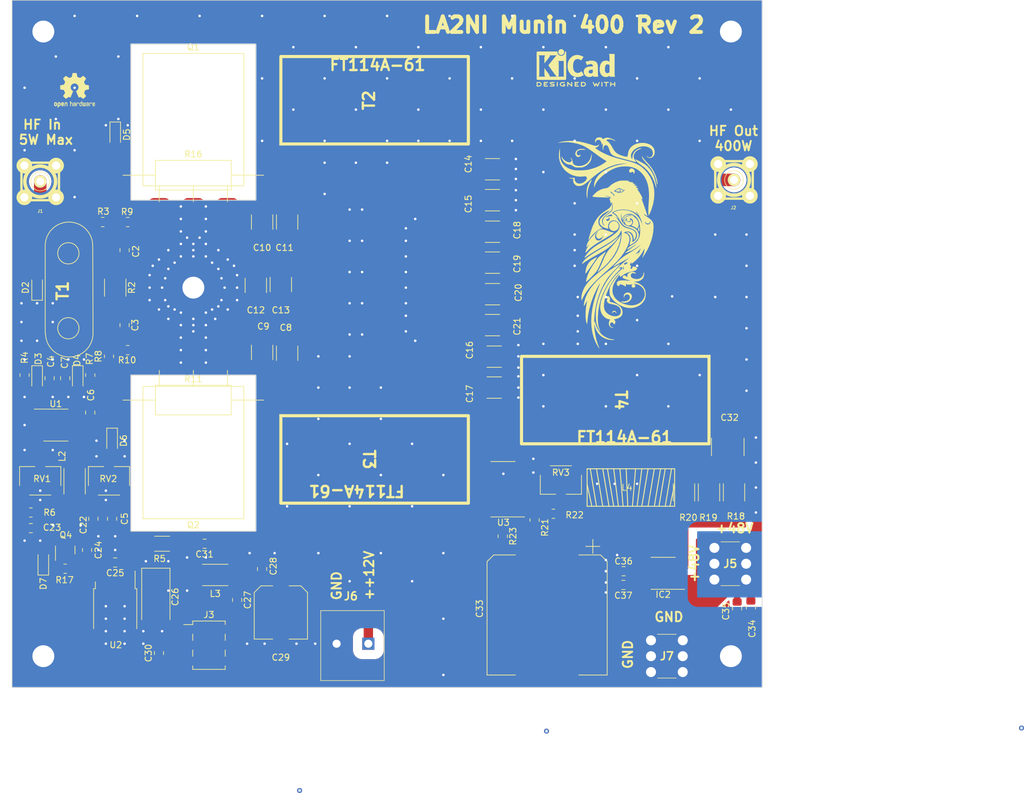
<source format=kicad_pcb>
(kicad_pcb (version 20221018) (generator pcbnew)
  (layers (0 "F.Cu" signal) (31 "B.Cu" signal) (34 "B.Paste" user) (35 "F.Paste" user) (36 "B.SilkS" user "B.Silkscreen") (37 "F.SilkS" user "F.Silkscreen") (38 "B.Mask" user) (39 "F.Mask" user) (44 "Edge.Cuts" user))
  (net 0 "")
  (net 1 "Net-(T1-SB)")
  (net 2 "Net-(C2-Pad2)")
  (net 3 "Net-(T1-SA)")
  (net 4 "Net-(C3-Pad2)")
  (net 5 "Net-(D3-A)")
  (net 6 "GND")
  (net 7 "Net-(C5-Pad1)")
  (net 8 "Net-(U1C-V+)")
  (net 9 "Net-(D4-A)")
  (net 10 "Net-(Q2-D)")
  (net 11 "Net-(D6-A1)")
  (net 12 "Net-(Q1-D)")
  (net 13 "Net-(D5-A2)")
  (net 14 "Net-(T2-SA)")
  (net 15 "Net-(T2-AB)")
  (net 16 "Net-(T4-SB)")
  (net 17 "Net-(T3-AB)")
  (net 18 "Net-(T4-AA)")
  (net 19 "Net-(Q4-D)")
  (net 20 "5V")
  (net 21 "Net-(U2-VI)")
  (net 22 "+12V")
  (net 23 "PTT_IN")
  (net 24 "+48V")
  (net 25 "Net-(IC2-FILTER)")
  (net 26 "Net-(D2-A2)")
  (net 27 "Net-(D3-K)")
  (net 28 "Net-(D4-K)")
  (net 29 "Net-(D7-A)")
  (net 30 "Net-(IC2-IP-_1)")
  (net 31 "Net-(IC2-VOUT)")
  (net 32 "Net-(J2-In)")
  (net 33 "A6")
  (net 36 "Net-(C8-Pad2)")
  (net 37 "Net-(C10-Pad2)")
  (net 38 "Net-(U3A--)")
  (net 39 "Net-(R21-Pad2)")
  (net 40 "Net-(R22-Pad1)")
  (footprint "SMA_PINS:SMA_PINS" (layer "F.Cu") (at 54.5 88.99886)
    (fp_text reference "J1")
    (fp_text value "Conn_Coaxial" hide)
  )
  (footprint "Capacitor_SMD:C_0805_2012Metric_Pad1.18x1.45mm_HandSolder" (layer "F.Cu") (at 58.5 120.5 90)
    (fp_text reference "C7")
    (fp_text value "100n")
  )
  (footprint "Capacitor_SMD:C_0805_2012Metric_Pad1.18x1.45mm_HandSolder" (layer "F.Cu") (at 168.2 157.2 -90)
    (fp_text reference "C34")
    (fp_text value "1u")
  )
  (footprint "7461057:7461057" (layer "F.Cu") (at 162.36 147.66)
    (fp_text reference "J5")
    (fp_text value "Wurth Redcube 7461057" hide)
  )
  (footprint "Lib:Munin" (layer "F.Cu") (at 145.25 99)
    (fp_text reference "G***" hide)
    (fp_text value "LOGO" hide)
  )
  (footprint "Resistor_feedB:R_Axial_DIN0414_L11.9mm_D4.5mm_P25.40mm_Horizontal" (layer "F.Cu") (at 66.3 88)
    (fp_text reference "R16")
    (fp_text value "470R")
  )
  (footprint "Capacitor_SMD:C_1812_4532Metric_Pad1.57x3.40mm_HandSolder" (layer "F.Cu") (at 127.1375 117.05)
    (fp_text reference "C16")
    (fp_text value "100n")
  )
  (footprint "Capacitor_SMD:C_0805_2012Metric_Pad1.18x1.45mm_HandSolder" (layer "F.Cu") (at 53 144.5 180)
    (fp_text reference "C23")
    (fp_text value "1u")
  )
  (footprint "Connector_PinHeader_2.54mm:PinHeader_2x03_P2.54mm_Vertical_SMD" (layer "F.Cu") (at 81.5 163.24)
    (fp_text reference "J3")
    (fp_text value "Conn_02x03_Odd_Even")
  )
  (footprint "Potentiometer_SMD:Potentiometer_Bourns_3269W_Vertical" (layer "F.Cu") (at 137.8 136.8)
    (fp_text reference "RV3")
    (fp_text value "1k")
  )
  (footprint "Symbol:OSHW-Logo2_7.3x6mm_SilkScreen" (layer "F.Cu") (at 60 74.4)
    (fp_text reference "REF**" hide)
    (fp_text value "OSHW-Logo2_7.3x6mm_SilkScreen" hide)
  )
  (footprint "MountingHole:MountingHole_3.5mm_Pad_TopBottom" (layer "F.Cu") (at 165 65)
    (fp_text reference "H4" hide)
    (fp_text value "MountingHole_Pad")
  )
  (footprint "Diode_SMD:D_SOD-323_HandSoldering" (layer "F.Cu") (at 54 106 90)
    (fp_text reference "D2")
    (fp_text value "CDSOD323-TC15")
  )
  (footprint "Capacitor_SMD:C_1812_4532Metric_Pad1.57x3.40mm_HandSolder" (layer "F.Cu") (at 126.8625 97.05)
    (fp_text reference "C18")
    (fp_text value "100n")
  )
  (footprint "Resistor_SMD:R_0805_2012Metric_Pad1.20x1.40mm_HandSolder" (layer "F.Cu") (at 128.5 145.8 -90)
    (fp_text reference "R23")
    (fp_text value "100R")
  )
  (footprint "Resistor_SMD:R_0805_2012Metric_Pad1.20x1.40mm_HandSolder" (layer "F.Cu") (at 68.5 116)
    (fp_text reference "R10")
    (fp_text value "1R")
  )
  (footprint "Capacitor_SMD:C_0805_2012Metric_Pad1.18x1.45mm_HandSolder" (layer "F.Cu") (at 86 156 -90)
    (fp_text reference "C27")
    (fp_text value "100n")
  )
  (footprint "Capacitor_SMD:C_1812_4532Metric_Pad1.57x3.40mm_HandSolder" (layer "F.Cu") (at 93 105.5 90)
    (fp_text reference "C13")
    (fp_text value "TBD")
  )
  (footprint "Diode_SMD:D_SOD-323_HandSoldering" (layer "F.Cu") (at 66.5 81.5 -90)
    (fp_text reference "D5")
    (fp_text value "CDSOD323-TC03")
  )
  (footprint "FT114A:FT114A-61_B" (layer "F.Cu") (at 108 133.5 -90)
    (fp_text reference "T3")
    (fp_text value "FT-114A-61")
  )
  (footprint "Resistor_SMD:R_0805_2012Metric_Pad1.20x1.40mm_HandSolder" (layer "F.Cu") (at 65.5 117 -90)
    (fp_text reference "R8")
    (fp_text value "22R")
  )
  (footprint "Capacitor_Tantalum_SMD:CP_EIA-7343-31_Kemet-D_Pad2.25x2.55mm_HandSolder" (layer "F.Cu") (at 73 155.5 -90)
    (fp_text reference "C26")
    (fp_text value "10u")
  )
  (footprint "MountingHole:MountingHole_3.5mm_Pad_TopBottom" (layer "F.Cu") (at 165 165)
    (fp_text reference "H2" hide)
    (fp_text value "MountingHole_Pad")
  )
  (footprint "Capacitor_SMD:CP_Elec_18x17.5" (layer "F.Cu") (at 135.6 158.4 -90)
    (fp_text reference "C33")
    (fp_text value "330u/63V")
  )
  (footprint "Capacitor_SMD:C_2220_5650Metric_Pad1.97x5.40mm_HandSolder" (layer "F.Cu") (at 164.5 131.5 90)
    (fp_text reference "C32")
    (fp_text value "22u/63V")
  )
  (footprint "Fair-Rite_2743021447:Fair-Rite_2743021447" (layer "F.Cu") (at 82.5 152 180)
    (fp_text reference "L3")
    (fp_text value "2743021447")
  )
  (footprint "Package_SO:SOIC-14_3.9x8.7mm_P1.27mm" (layer "F.Cu") (at 128.525 138.27 180)
    (fp_text reference "U3")
    (fp_text value "LMC660AIM_NOPB")
  )
  (footprint "Capacitor_SMD:C_0805_2012Metric_Pad1.18x1.45mm_HandSolder" (layer "F.Cu") (at 62.5 126 90)
    (fp_text reference "C6")
    (fp_text value "1u")
  )
  (footprint "Resistor_SMD:R_0805_2012Metric_Pad1.20x1.40mm_HandSolder" (layer "F.Cu") (at 53 142)
    (fp_text reference "R6")
    (fp_text value "1.2k")
  )
  (footprint "Capacitor_SMD:C_1812_4532Metric_Pad1.57x3.40mm_HandSolder" (layer "F.Cu") (at 127.1375 122)
    (fp_text reference "C17")
    (fp_text value "100n")
  )
  (footprint "1711725:1711725" (layer "F.Cu") (at 107 163 180)
    (fp_text reference "J6")
    (fp_text value "Phoenix/1711725" hide)
  )
  (footprint "Diode_SMD:D_SOD-323_HandSoldering" (layer "F.Cu") (at 60.5 120.5 -90)
    (fp_text reference "D4")
    (fp_text value "BAS16J")
  )
  (footprint "Capacitor_SMD:C_1812_4532Metric_Pad1.57x3.40mm_HandSolder" (layer "F.Cu") (at 94 95.5 90)
    (fp_text reference "C11")
    (fp_text value "1u/250V")
  )
  (footprint "Capacitor_SMD:C_0805_2012Metric_Pad1.18x1.45mm_HandSolder" (layer "F.Cu") (at 62 148 90)
    (fp_text reference "C24")
    (fp_text value "1u")
  )
  (footprint "Capacitor_SMD:C_1812_4532Metric_Pad1.57x3.40mm_HandSolder" (layer "F.Cu") (at 126.8625 92)
    (fp_text reference "C15")
    (fp_text value "100n")
  )
  (footprint "Capacitor_SMD:C_1812_4532Metric_Pad1.57x3.40mm_HandSolder" (layer "F.Cu") (at 126.8625 102)
    (fp_text reference "C19")
    (fp_text value "100n")
  )
  (footprint "Capacitor_SMD:C_0805_2012Metric_Pad1.18x1.45mm_HandSolder" (layer "F.Cu") (at 68 100 90)
    (fp_text reference "C2")
    (fp_text value "10n")
  )
  (footprint "Resistor_SMD:R_1812_4532Metric_Pad1.30x3.40mm_HandSolder" (layer "F.Cu") (at 66.5 106 -90)
    (fp_text reference "R2")
    (fp_text value "5R6")
  )
  (footprint "Capacitor_SMD:C_1812_4532Metric_Pad1.57x3.40mm_HandSolder" (layer "F.Cu") (at 90 116.3625 -90)
    (fp_text reference "C9")
    (fp_text value "10n/250V")
  )
  (footprint "Capacitor_SMD:C_0805_2012Metric_Pad1.18x1.45mm_HandSolder" (layer "F.Cu") (at 80.8 147 180)
    (fp_text reference "C31")
    (fp_text value "1u")
  )
  (footprint "Package_SO:SOIC-8_3.9x4.9mm_P1.27mm" (layer "F.Cu") (at 57 128)
    (fp_text reference "U1")
    (fp_text value "LM358")
  )
  (footprint "Capacitor_SMD:C_0805_2012Metric_Pad1.18x1.45mm_HandSolder" (layer "F.Cu") (at 147.8375 151.4 180)
    (fp_text reference "C36")
    (fp_text value "1n")
  )
  (footprint "Capacitor_SMD:C_0805_2012Metric_Pad1.18x1.45mm_HandSolder" (layer "F.Cu") (at 63 143 -90)
    (fp_text reference locked "C22")
    (fp_text value "100n")
  )
  (footprint "Capacitor_SMD:C_1812_4532Metric_Pad1.57x3.40mm_HandSolder" (layer "F.Cu") (at 89 105.6375 90)
    (fp_text reference "C12")
    (fp_text value "TBD")
  )
  (footprint "Capacitor_SMD:C_0805_2012Metric_Pad1.18x1.45mm_HandSolder" (layer "F.Cu") (at 147.8 153.6 180)
    (fp_text reference "C37")
    (fp_text value "1u")
  )
  (footprint "MountingHole:MountingHole_3.5mm_Pad_TopBottom" (layer "F.Cu") (at 55 165)
    (fp_text reference "H1" hide)
    (fp_text value "MountingHole_Pad")
  )
  (footprint "Potentiometer_SMD:Potentiometer_Bourns_3269W_Vertical" (layer "F.Cu") (at 54.5 136.915 180)
    (fp_text reference "RV1")
    (fp_text value "10k")
  )
  (footprint "Capacitor_SMD:C_0805_2012Metric_Pad1.18x1.45mm_HandSolder" (layer "F.Cu") (at 73.5 164.5 90)
    (fp_text reference "C30")
    (fp_text value "10n")
  )
  (footprint "Package_SO:SOIC-8_3.9x4.9mm_P1.27mm" (layer "F.Cu") (at 154.1625 151.735 180)
    (fp_text reference "IC2")
    (fp_text value "ACHS-7123-000E")
  )
  (footprint "Capacitor_SMD:C_0805_2012Metric_Pad1.18x1.45mm_HandSolder" (layer "F.Cu") (at 56 120.5 90)
    (fp_text reference "C4")
    (fp_text value "100n")
  )
  (footprint "Resistor_SMD:R_1812_4532Metric_Pad1.30x3.40mm_HandSolder" (layer "F.Cu") (at 157.5 138.775 -90)
    (fp_text reference "R20")
    (fp_text value "4R7")
  )
  (footprint "Resistor_SMD:R_0805_2012Metric_Pad1.20x1.40mm_HandSolder" (layer "F.Cu") (at 62.5 120 -90)
    (fp_text reference "R7")
    (fp_text value "220R")
  )
  (footprint "Potentiometer_SMD:Potentiometer_Bourns_3269W_Vertical" (layer "F.Cu") (at 65.5 136.915 180)
    (fp_text reference "RV2")
    (fp_text value "10k")
  )
  (footprint "Resistor_feedB:R_Axial_DIN0414_L11.9mm_D4.5mm_P25.40mm_Horizontal" (layer "F.Cu") (at 66.3 124)
    (fp_text reference "R11")
    (fp_text value "470R")
  )
  (footprint "Capacitor_SMD:C_0805_2012Metric_Pad1.18x1.45mm_HandSolder" (layer "F.Cu") (at 90 151.0375 90)
    (fp_text reference "C28")
    (fp_text value "100n")
  )
  (footprint "MRF300BN:TO-247-3_Horizontal_TabUp" (layer "F.Cu") (at 73.55 116.8475)
    (fp_text reference "Q2")
    (fp_text value "MRF300BN tab up")
  )
  (footprint "Capacitor_SMD:C_Elec_8x10.2" (layer "F.Cu") (at 93 158 -90)
    (fp_text reference "C29")
    (fp_text value "220u")
  )
  (footprint "Resistor_SMD:R_0805_2012Metric_Pad1.20x1.40mm_HandSolder" (layer "F.Cu") (at 52 120 -90)
    (fp_text reference "R4")
    (fp_text value "220R")
  )
  (footprint "Resistor_SMD:R_MELF_MMB-0207" (layer "F.Cu") (at 74 147)
    (fp_text reference "R5")
    (fp_text value "NTC10K")
  )
  (footprint "MountingHole:MountingHole_3.5mm_Pad_TopBottom" (layer "F.Cu") (at 79 106)
    (fp_text reference "H5" hide)
    (fp_text value "MountingHole_Pad")
  )
  (footprint "T50:T50_V_smd" (layer "F.Cu") (at 149 138 180)
    (fp_text reference "L4")
    (fp_text value "FT82-61?")
  )
  (footprint "Capacitor_SMD:C_0805_2012Metric_Pad1.18x1.45mm_HandSolder" (layer "F.Cu") (at 66 143 -90)
    (fp_text reference "C5")
    (fp_text value "100n")
  )
  (footprint "Diode_SMD:D_SOD-323_HandSoldering" (layer "F.Cu") (at 55 150 90)
    (fp_text reference "D7")
    (fp_text value "BAS16J")
  )
  (footprint "Resistor_SMD:R_0805_2012Metric_Pad1.20x1.40mm_HandSolder" (layer "F.Cu") (at 64.5 95.5 180)
    (fp_text reference "R3")
    (fp_text value "22R")
  )
  (footprint "FT114A:FT114A-61_out" (layer "F.Cu") (at 146.5 124 -90)
    (fp_text reference "T4")
    (fp_text value "FT-114A-61")
  )
  (footprint "Diode_SMD:D_SOD-323_HandSoldering" (layer "F.Cu") (at 66 130.5 -90)
    (fp_text reference "D6")
    (fp_text value "CDSOD323-TC03")
  )
  (footprint "Resistor_SMD:R_1812_4532Metric_Pad1.30x3.40mm_HandSolder" (layer "F.Cu") (at 165.5 138.775 -90)
    (fp_text reference "R18")
    (fp_text value "4R7")
  )
  (footprint "MRF300AN:TO-247-3_Horizontal_TabDown" (layer "F.Cu") (at 73.55 94.6525)
    (fp_text reference "Q1")
    (fp_text value "MRF300AN tab dwn")
  )
  (footprint "Package_TO_SOT_SMD:SOT-23" (layer "F.Cu") (at 58.5 148 90)
    (fp_text reference "Q4")
    (fp_text value "BSS84")
  )
  (footprint "Capacitor_SMD:C_0805_2012Metric_Pad1.18x1.45mm_HandSolder" (layer "F.Cu") (at 166 157.3625 -90)
    (fp_text reference "C35")
    (fp_text value "100n")
  )
  (footprint "7461057:7461057" (layer "F.Cu") (at 152.22 162.46)
    (fp_text reference "J7")
    (fp_text value "Wurth Redcube 7461057" hide)
  )
  (footprint "BN43-202-master:BN43-202" (layer "F.Cu") (at 59 106.5 90)
    (fp_text reference "T1")
    (fp_text value "BN43-202  3:1")
  )
  (footprint "Capacitor_SMD:C_0805_2012Metric_Pad1.18x1.45mm_HandSolder" (layer "F.Cu") (at 66.5 150 180)
    (fp_text reference "C25")
    (fp_text value "1u")
  )
  (footprint "Symbol:KiCad-Logo2_5mm_SilkScreen" (layer "F.Cu") (at 140.2 70.8)
    (fp_text reference "REF**" hide)
    (fp_text value "KiCad-Logo2_5mm_SilkScreen" hide)
  )
  (footprint "Capacitor_SMD:C_1812_4532Metric_Pad1.57x3.40mm_HandSolder" (layer "F.Cu") (at 94 116.5 -90)
    (fp_text reference "C8")
    (fp_text value "1u/250V")
  )
  (footprint "Resistor_SMD:R_1812_4532Metric_Pad1.30x3.40mm_HandSolder" (layer "F.Cu") (at 161.5 138.775 -90)
    (fp_text reference "R19")
    (fp_text value "4R7")
  )
  (footprint "Capacitor_SMD:C_1812_4532Metric_Pad1.57x3.40mm_HandSolder" (layer "F.Cu") (at 126.8625 112)
    (fp_text reference "C21")
    (fp_text value "100n")
  )
  (footprint "Package_TO_SOT_SMD:TO-252-2" (layer "F.Cu") (at 66.5 157.5 -90)
    (fp_text reference "U2")
    (fp_text value "LM78M05_TO252")
  )
  (footprint "MountingHole:MountingHole_3.5mm_Pad_TopBottom" (layer "F.Cu") (at 55 65)
    (fp_text reference "H3" hide)
    (fp_text value "MountingHole_Pad")
  )
  (footprint "Fair-Rite_2743021447:Fair-Rite_2743021447" (layer "F.Cu") (at 60 137 -90)
    (fp_text reference locked "L2")
    (fp_text value "2743021447")
  )
  (footprint "Capacitor_SMD:C_1812_4532Metric_Pad1.57x3.40mm_HandSolder" (layer "F.Cu") (at 90 95.5 90)
    (fp_text reference "C10")
    (fp_text value "10n/250V")
  )
  (footprint "Capacitor_SMD:C_1812_4532Metric_Pad1.57x3.40mm_HandSolder" (layer "F.Cu") (at 126.8625 87.05)
    (fp_text reference "C14")
    (fp_text value "100n")
  )
  (footprint "FT114A:FT114A-61" (layer "F.Cu") (at 108 76 90)
    (fp_text reference "T2")
    (fp_text value "FT-114A-61")
  )
  (footprint "Resistor_SMD:R_0805_2012Metric_Pad1.20x1.40mm_HandSolder" (layer "F.Cu") (at 136.6 142.2 180)
    (fp_text reference "R22")
    (fp_text value "10k")
  )
  (footprint "Resistor_SMD:R_0805_2012Metric_Pad1.20x1.40mm_HandSolder" (layer "F.Cu") (at 133.6 143.2 -90)
    (fp_text reference "R21")
    (fp_text value "27k")
  )
  (footprint "SMA_PINS:SMA_PINS" (layer "F.Cu") (at 165.5 88.75 180)
    (fp_text reference "J2")
    (fp_text value "Conn_Coaxial" hide)
  )
  (footprint "Resistor_SMD:R_0805_2012Metric_Pad1.20x1.40mm_HandSolder" (layer "F.Cu") (at 58.5 151)
    (fp_text reference "R17")
    (fp_text value "10k")
  )
  (footprint "Resistor_SMD:R_0805_2012Metric_Pad1.20x1.40mm_HandSolder" (layer "F.Cu") (at 68.5 95.5)
    (fp_text reference "R9")
    (fp_text value "1R")
  )
  (footprint "Capacitor_SMD:C_0805_2012Metric_Pad1.18x1.45mm_HandSolder" (layer "F.Cu") (at 68 112 -90)
    (fp_text reference "C3")
    (fp_text value "10n")
  )
  (footprint "Capacitor_SMD:C_1812_4532Metric_Pad1.57x3.40mm_HandSolder" (layer "F.Cu") (at 126.8625 107.05)
    (fp_text reference "C20")
    (fp_text value "100n")
  )
  (footprint "Diode_SMD:D_SOD-323_HandSoldering" (layer "F.Cu") (at 54 120.5 -90)
    (fp_text reference "D3")
    (fp_text value "BAS16J")
  )
  (gr_rect (start 69 120) (end 89 145) (stroke (width 0.15)) (fill none) (layer "Edge.Cuts"))
  (gr_rect (start 69 67) (end 89 92) (stroke (width 0.15)) (fill none) (layer "Edge.Cuts"))
  (gr_rect (start 50 60) (end 170 170) (stroke (width 0.1)) (fill none) (layer "Edge.Cuts"))
  (gr_text "HF In \n5W Max" (at 55.4 83.2) (layer "F.SilkS") (effects (font (size 1.5 1.5) (thickness 0.3) bold) (justify bottom)))
  (gr_text "++12V" (at 108 156.2 90) (layer "F.SilkS") (effects (font (size 1.5 1.5) (thickness 0.3) bold) (justify left bottom)))
  (gr_text "GND" (at 152.6 159.6) (layer "F.SilkS") (effects (font (size 1.5 1.5) (thickness 0.3) bold) (justify left bottom)))
  (gr_text "+48V" (at 160 153.4 90) (layer "F.SilkS") (effects (font (size 1.5 1.5) (thickness 0.3) bold) (justify left bottom)))
  (gr_text "GND" (at 102.8 156.2 90) (layer "F.SilkS") (effects (font (size 1.5 1.5) (thickness 0.3) bold) (justify left bottom)))
  (gr_text "+48V" (at 162.4 145.4) (layer "F.SilkS") (effects (font (size 1.5 1.5) (thickness 0.3) bold) (justify left bottom)))
  (gr_text "LA2NI Munin 400 Rev 2\n" (at 115.4 65.4) (layer "F.SilkS") (effects (font (size 2.5 2.5) (thickness 0.625) bold) (justify left bottom)))
  (gr_text "GND" (at 149.4 167.2 90) (layer "F.SilkS") (effects (font (size 1.5 1.5) (thickness 0.3) bold) (justify left bottom)))
  (gr_text "HF Out\n400W" (at 165.4 84.2) (layer "F.SilkS") (effects (font (size 1.5 1.5) (thickness 0.3) bold) (justify bottom)))
  (via (at 135.5 177) (size 0.8) (drill 0.4) (layers "F.Cu" "B.Cu") (net 0))
  (via (at 96 186.5) (size 0.8) (drill 0.4) (layers "F.Cu" "B.Cu") (net 0))
  (via (at 211.5 176.5) (size 0.8) (drill 0.4) (layers "F.Cu" "B.Cu") (net 0))
  (segment (start 64 101.275) (end 66.5 103.775) (width 1.5) (layer "F.Cu") (net 1))
  (segment (start 68 102.275) (end 66.5 103.775) (width 1) (layer "F.Cu") (net 1))
  (segment (start 64 100.5) (end 64 101.275) (width 1.5) (layer "F.Cu") (net 1))
  (segment (start 68 101.0375) (end 68 102.275) (width 1) (layer "F.Cu") (net 1))
  (segment (start 67.5 98.4625) (end 68 98.9625) (width 0.7) (layer "F.Cu") (net 2))
  (segment (start 67.5 95.5) (end 67.5 98.4625) (width 0.7) (layer "F.Cu") (net 2))
  (segment (start 65.5 95.5) (end 67.5 95.5) (width 0.7) (layer "F.Cu") (net 2))
  (segment (start 68 110.9625) (end 68 109.725) (width 1) (layer "F.Cu") (net 3))
  (segment (start 66.5 108.225) (end 66.5 109) (width 1.5) (layer "F.Cu") (net 3))
  (segment (start 68 109.725) (end 66.5 108.225) (width 1) (layer "F.Cu") (net 3))
  (segment (start 66.5 109) (end 64 111.5) (width 1.5) (layer "F.Cu") (net 3))
  (segment (start 67.5 113.5375) (end 68 113.0375) (width 0.7) (layer "F.Cu") (net 4))
  (segment (start 65.5 116) (end 67.5 116) (width 0.7) (layer "F.Cu") (net 4))
  (segment (start 67.5 116) (end 67.5 113.5375) (width 0.7) (layer "F.Cu") (net 4))
  (segment (start 54.525 122.275) (end 54 121.75) (width 0.4) (layer "F.Cu") (net 5))
  (segment (start 54.525 128.635) (end 54.525 127.365) (width 0.4) (layer "F.Cu") (net 5))
  (segment (start 54.5 134.5) (end 54.5 132) (width 0.4) (layer "F.Cu") (net 5))
  (segment (start 56.5 130) (end 56.5 128) (width 0.4) (layer "F.Cu") (net 5))
  (segment (start 55.865 127.365) (end 54.525 127.365) (width 0.4) (layer "F.Cu") (net 5))
  (segment (start 54.525 127.365) (end 54.525 126.095) (width 0.4) (layer "F.Cu") (net 5))
  (segment (start 54.5 132) (end 56.5 130) (width 0.4) (layer "F.Cu") (net 5))
  (segment (start 54 121.75) (end 52.75 121.75) (width 0.7) (layer "F.Cu") (net 5))
  (segment (start 56.5 128) (end 55.865 127.365) (width 0.4) (layer "F.Cu") (net 5))
  (segment (start 54.525 126.095) (end 54.525 122.275) (width 0.4) (layer "F.Cu") (net 5))
  (segment (start 52.75 121.75) (end 52 121) (width 0.7) (layer "F.Cu") (net 5))
  (segment (start 54 121.75) (end 55.7875 121.75) (width 0.7) (layer "F.Cu") (net 5))
  (segment (start 55.7875 121.75) (end 56 121.5375) (width 0.7) (layer "F.Cu") (net 5))
  (segment (start 113 96.5) (end 113 98.5) (width 1) (layer "F.Cu") (net 6))
  (segment (start 114.5 95) (end 113 96.5) (width 1) (layer "F.Cu") (net 6))
  (segment (start 113 108.5) (end 113 110.5) (width 1) (layer "F.Cu") (net 6))
  (segment (start 113 103.5) (end 113 106) (width 1) (layer "F.Cu") (net 6))
  (segment (start 113 98.5) (end 113 101) (width 1) (layer "F.Cu") (net 6))
  (segment (start 113 101) (end 113 103.5) (width 1) (layer "F.Cu") (net 6))
  (segment (start 146.8 150.8) (end 146.8 151.4) (width 0.6) (layer "F.Cu") (net 6))
  (segment (start 147.77 149.83) (end 146.8 150.8) (width 0.6) (layer "F.Cu") (net 6))
  (segment (start 151.6875 149.83) (end 147.77 149.83) (width 0.6) (layer "F.Cu") (net 6))
  (segment (start 113 110.5) (end 113 113) (width 1) (layer "F.Cu") (net 6))
  (segment (start 113 106) (end 113 108.5) (width 1) (layer "F.Cu") (net 6))
  (segment (start 113 113) (end 114.5 114.5) (width 1) (layer "F.Cu") (net 6))
  (via (at 160 72.5) (size 0.8) (drill 0.4) (layers "F.Cu" "B.Cu") (net 6))
  (via (at 54.5 146.5) (size 0.8) (drill 0.4) (layers "F.Cu" "B.Cu") (net 6))
  (via (at 104 122) (size 0.8) (drill 0.4) (layers "F.Cu" "B.Cu") (net 6))
  (via (at 155 77.5) (size 0.8) (drill 0.4) (layers "F.Cu" "B.Cu") (net 6))
  (via (at 135 77.5) (size 0.8) (drill 0.4) (layers "F.Cu" "B.Cu") (net 6))
  (via (at 75 154.5) (size 0.8) (drill 0.4) (layers "F.Cu" "B.Cu") (net 6))
  (via (at 113 110.5) (size 0.8) (drill 0.4) (layers "F.Cu" "B.Cu") (net 6))
  (via (at 68.5 80) (size 0.8) (drill 0.4) (layers "F.Cu" "B.Cu") (net 6))
  (via (at 72 106) (size 0.8) (drill 0.4) (layers "F.Cu" "B.Cu") (net 6))
  (via (at 77 101) (size 0.8) (drill 0.4) (layers "F.Cu" "B.Cu") (net 6))
  (via (at 162.5 107.5) (size 0.8) (drill 0.4) (layers "F.Cu" "B.Cu") (net 6))
  (via (at 100 62.5) (size 0.8) (drill 0.4) (layers "F.Cu" "B.Cu") (net 6))
  (via (at 140.5 115) (size 0.8) (drill 0.4) (layers "F.Cu" "B.Cu") (net 6))
  (via (at 155 67.5) (size 0.8) (drill 0.4) (layers "F.Cu" "B.Cu") (net 6))
  (via (at 74.5 104.5) (size 0.8) (drill 0.4) (layers "F.Cu" "B.Cu") (net 6))
  (via (at 77 118) (size 0.8) (drill 0.4) (layers "F.Cu" "B.Cu") (net 6))
  (via (at 110 82.5) (size 0.8) (drill 0.4) (layers "F.Cu" "B.Cu") (net 6))
  (via (at 145 67.5) (size 0.8) (drill 0.4) (layers "F.Cu" "B.Cu") (net 6))
  (via (at 114.5 114.5) (size 0.8) (drill 0.4) (layers "F.Cu" "B.Cu") (net 6))
  (via (at 65 159) (size 0.8) (drill 0.4) (layers "F.Cu" "B.Cu") (net 6))
  (via (at 104 98.5) (size 0.8) (drill 0.4) (layers "F.Cu" "B.Cu") (net 6))
  (via (at 65 157) (size 0.8) (drill 0.4) (layers "F.Cu" "B.Cu") (net 6))
  (via (at 72 104) (size 0.8) (drill 0.4) (layers "F.Cu" "B.Cu") (net 6))
  (via (at 80 98) (size 0.8) (drill 0.4) (layers "F.Cu" "B.Cu") (net 6))
  (via (at 130.6 88.6) (size 0.8) (drill 0.4) (layers "F.Cu" "B.Cu") (net 6))
  (via (at 135 87.5) (size 0.8) (drill 0.4) (layers "F.Cu" "B.Cu") (net 6))
  (via (at 119 148.5) (size 0.8) (drill 0.4) (layers "F.Cu" "B.Cu") (net 6))
  (via (at 72 108) (size 0.8) (drill 0.4) (layers "F.Cu" "B.Cu") (net 6))
  (via (at 113 96.5) (size 0.8) (drill 0.4) (layers "F.Cu" "B.Cu") (net 6))
  (via (at 75 149.8) (size 0.8) (drill 0.4) (layers "F.Cu" "B.Cu") (net 6))
  (via (at 109 122) (size 0.8) (drill 0.4) (layers "F.Cu" "B.Cu") (net 6))
  (via (at 60 84) (size 0.8) (drill 0.4) (layers "F.Cu" "B.Cu") (net 6))
  (via (at 71 161) (size 0.8) (drill 0.4) (layers "F.Cu" "B.Cu") (net 6))
  (via (at 98.5 163) (size 0.8) (drill 0.4) (layers "F.Cu" "B.Cu") (net 6))
  (via (at 167.5 117.5) (size 0.8) (drill 0.4) (layers "F.Cu" "B.Cu") (net 6))
  (via (at 125 82.5) (size 0.8) (drill 0.4) (layers "F.Cu" "B.Cu") (net 6))
  (via (at 68 163) (size 0.8) (drill 0.4) (layers "F.Cu" "B.Cu") (net 6))
  (via (at 113 101) (size 0.8) (drill 0.4) (layers "F.Cu" "B.Cu") (net 6))
  (via (at 83 100) (size 0.8) (drill 0.4) (layers "F.Cu" "B.Cu") (net 6))
  (via (at 52 117.5) (size 0.8) (drill 0.4) (layers "F.Cu" "B.Cu") (net 6))
  (via (at 113 106) (size 0.8) (drill 0.4) (layers "F.Cu" "B.Cu") (net 6))
  (via (at 145 151.4) (size 0.8) (drill 0.4) (layers "F.Cu" "B.Cu") (net 6))
  (via (at 56.5 123.5) (size 0.8) (drill 0.4) (layers "F.Cu" "B.Cu") (net 6))
  (via (at 52 84) (size 0.8) (drill 0.4) (layers "F.Cu" "B.Cu") (net 6))
  (via (at 86 104) (size 0.8) (drill 0.4) (layers "F.Cu" "B.Cu") (net 6))
  (via (at 61.5 117.5) (size 0.8) (drill 0.4) (layers "F.Cu" "B.Cu") (net 6))
  (via (at 150 120) (size 0.8) (drill 0.4) (layers "F.Cu" "B.Cu") (net 6))
  (via (at 78 98) (size 0.8) (drill 0.4) (layers "F.Cu" "B.Cu") (net 6))
  (via (at 78 154.5) (size 0.8) (drill 0.4) (layers "F.Cu" "B.Cu") (net 6))
  (via (at 73.5 101.5) (size 0.8) (drill 0.4) (layers "F.Cu" "B.Cu") (net 6))
  (via (at 150 82.5) (size 0.8) (drill 0.4) (layers "F.Cu" "B.Cu") (net 6))
  (via (at 109 148.5) (size 0.8) (drill 0.4) (layers "F.Cu" "B.Cu") (net 6))
  (via (at 114 141) (size 0.8) (drill 0.4) (layers "F.Cu" "B.Cu") (net 6))
  (via (at 169 130) (size 0.8) (drill 0.4) (layers "F.Cu" "B.Cu") (net 6))
  (via (at 109 136) (size 0.8) (drill 0.4) (layers "F.Cu" "B.Cu") (net 6))
  (via (at 140 100) (size 0.8) (drill 0.4) (layers "F.Cu" "B.Cu") (net 6))
  (via (at 100 82.5) (size 0.8) (drill 0.4) (layers "F.Cu" "B.Cu") (net 6))
  (via (at 169 138) (size 0.8) (drill 0.4) (layers "F.Cu" "B.Cu") (net 6))
  (via (at 160 82.5) (size 0.8) (drill 0.4) (layers "F.Cu" "B.Cu") (net 6))
  (via (at 66.5 148) (size 0.8) (drill 0.4) (layers "F.Cu" "B.Cu") (net 6))
  (via (at 110 62.5) (size 0.8) (drill 0.4) (layers "F.Cu" "B.Cu") (net 6))
  (via (at 63.5 133) (size 0.8) (drill 0.4) (layers "F.Cu" "B.Cu") (net 6))
  (via (at 74 106) (size 0.8) (drill 0.4) (layers "F.Cu" "B.Cu") (net 6))
  (via (at 113 113) (size 0.8) (drill 0.4) (layers "F.Cu" "B.Cu") (net 6))
  (via (at 145 107.5) (size 0.8) (drill 0.4) (layers "F.Cu" "B.Cu") (net 6))
  (via (at 100 72.5) (size 0.8) (drill 0.4) (layers "F.Cu" "B.Cu") (net 6))
  (via (at 57 69) (size 0.8) (drill 0.4) (layers "F.Cu" "B.Cu") (net 6))
  (via (at 81 116) (size 0.8) (drill 0.4) (layers "F.Cu" "B.Cu") (net 6))
  (via (at 90 72.5) (size 0.8) (drill 0.4) (layers "F.Cu" "B.Cu") (net 6))
  (via (at 71 163) (size 0.8) (drill 0.4) (layers "F.Cu" "B.Cu") (net 6))
  (via (at 51.5 111.5) (size 0.8) (drill 0.4) (layers "F.Cu" "B.Cu") (net 6))
  (via (at 63.8 148) (size 0.8) (drill 0.4) (layers "F.Cu" "B.Cu") (net 6))
  (via (at 150 92.5) (size 0.8) (drill 0.4) (layers "F.Cu" "B.Cu") (net 6))
  (via (at 145 125) (size 0.8) (drill 0.4) (layers "F.Cu" "B.Cu") (net 6))
  (via (at 82 109.5) (size 0.8) (drill 0.4) (layers "F.Cu" "B.Cu") (net 6))
  (via (at 83.5 104.5) (size 0.8) (drill 0.4) (layers "F.Cu" "B.Cu") (net 6))
  (via (at 82.5 111) (size 0.8) (drill 0.4) (layers "F.Cu" "B.Cu") (net 6))
  (via (at 130.6 92) (size 0.8) (drill 0.4) (layers "F.Cu" "B.Cu") (net 6))
  (via (at 120 62.5) (size 0.8) (drill 0.4) (layers "F.Cu" "B.Cu") (net 6))
  (via (at 77 110) (size 0.8) (drill 0.4) (layers "F.Cu" "B.Cu") (net 6))
  (via (at 59 123.5) (size 0.8) (drill 0.4) (layers "F.Cu" "B.Cu") (net 6))
  (via (at 51.5 114.5) (size 0.8) (drill 0.4) (layers "F.Cu" "B.Cu") (net 6))
  (via (at 56.5 108.5) (size 0.8) (drill 0.4) (layers "F.Cu" "B.Cu") (net 6))
  (via (at 68 130.5) (size 0.8) (drill 0.4) (layers "F.Cu" "B.Cu") (net 6))
  (via (at 140.5 110.5) (size 0.8) (drill 0.4) (layers "F.Cu" "B.Cu") (net 6))
  (via (at 68 159) (size 0.8) (drill 0.4) (layers "F.Cu" "B.Cu") (net 6))
  (via (at 70 62.5) (size 0.8) (drill 0.4) (layers "F.Cu" "B.Cu") (net 6))
  (via (at 140 92.5) (size 0.8) (drill 0.4) (layers "F.Cu" "B.Cu") (net 6))
  (via (at 125 67.5) (size 0.8) (drill 0.4) (layers "F.Cu" "B.Cu") (net 6))
  (via (at 95 67.5) (size 0.8) (drill 0.4) (layers "F.Cu" "B.Cu") (net 6))
  (via (at 77 99) (size 0.8) (drill 0.4) (layers "F.Cu" "B.Cu") (net 6))
  (via (at 104 113.5) (size 0.8) (drill 0.4) (layers "F.Cu" "B.Cu") (net 6))
  (via (at 169 142) (size 0.8) (drill 0.4) (layers "F.Cu" "B.Cu") (net 6))
  (via (at 94 141) (size 0.8) (drill 0.4) (layers "F.Cu" "B.Cu") (net 6))
  (via (at 140 62.5) (size 0.8) (drill 0.4) (layers "F.Cu" "B.Cu") (net 6))
  (via (at 165 77.5) (size 0.8) (drill 0.4) (layers "F.Cu" "B.Cu") (net 6))
  (via (at 140.5 107.5) (size 0.8) (drill 0.4) (layers "F.Cu" "B.Cu") (net 6))
  (via (at 65 161) (size 0.8) (drill 0.4) (layers "F.Cu" "B.Cu") (net 6))
  (via (at 150 111.2) (size 0.8) (drill 0.4) (layers "F.Cu" "B.Cu") (net 6))
  (via (at 61 144) (size 0.8) (drill 0.4) (layers "F.Cu" "B.Cu") (net 6))
  (via (at 145 77.5) (size 0.8) (drill 0.4) (layers "F.Cu" "B.Cu") (net 6))
  (via (at 77 95) (size 0.8) (drill 0.4) (layers "F.Cu" "B.Cu") (net 6))
  (via (at 115 77.5) (size 0.8) (drill 0.4) (layers "F.Cu" "B.Cu") (net 6))
  (via (at 145 115) (size 0.8) (drill 0.4) (layers "F.Cu" "B.Cu") (net 6))
  (via (at 65 138.5) (size 0.8) (drill 0.4) (layers "F.Cu" "B.Cu") (net 6))
  (via (at 59 117.5) (size 0.8) (drill 0.4) (layers "F.Cu" "B.Cu") (net 6))
  (via (at 76 109.5) (size 0.8) (drill 0.4) (layers "F.Cu" "B.Cu") (net 6))
  (via (at 114 153) (size 0.8) (drill 0.4) (layers "F.Cu" "B.Cu") (net 6))
  (via (at 75 111) (size 0.8) (drill 0.4) (layers "F.Cu" "B.Cu") (net 6))
  (via (at 145 97.5) (size 0.8) (drill 0.4) (layers "F.Cu" "B.Cu") (net 6))
  (via (at 155 115) (size 0.8) (drill 0.4) (layers "F.Cu" "B.Cu") (net 6))
  (via (at 90.4 163) (size 0.8) (drill 0.4) (layers "F.Cu" "B.Cu") (net 6))
  (via (at 51.5 108.5) (size 0.8) (drill 0.4) (layers "F.Cu" "B.Cu") (net 6))
  (via (at 167.5 102.5) (size 0.8) (drill 0.4) (layers "F.Cu" "B.Cu") (net 6))
  (via (at 155.6 107.4) (size 0.8) (drill 0.4) (layers "F.Cu" "B.Cu") (net 6))
  (via (at 61.5 123.5) (size 0.8) (drill 0.4) (layers "F.Cu" "B.Cu") (net 6))
  (via (at 81 101) (size 0.8) (drill 0.4) (layers "F.Cu" "B.Cu") (net 6))
  (via (at 56.5 111.5) (size 0.8) (drill 0.4) (layers "F.Cu" "B.Cu") (net 6))
  (via (at 162.5 97.5) (size 0.8) (drill 0.4) (layers "F.Cu" "B.Cu") (net 6))
  (via (at 114 131) (size 0.8) (drill 0.4) (layers "F.Cu" "B.Cu") (net 6))
  (via (at 140 72.5) (size 0.8) (drill 0.4) (layers "F.Cu" "B.Cu") (net 6))
  (via (at 84.5 109.5) (size 0.8) (drill 0.4) (layers "F.Cu" "B.Cu") (net 6))
  (via (at 100 91) (size 0.8) (drill 0.4) (layers "F.Cu" "B.Cu") (net 6))
  (via (at 99 127) (size 0.8) (drill 0.4) (layers "F.Cu" "B.Cu") (net 6))
  (via (at 150 62.5) (size 0.8) (drill 0.4) (layers "F.Cu" "B.Cu") (net 6))
  (via (at 83 109) (size 0.8) (drill 0.4) (layers "F.Cu" "B.Cu") (net 6))
  (via (at 131 122) (size 0.8) (drill 0.4) (layers "F.Cu" "B.Cu") (net 6))
  (via (at 106 103.5) (size 0.8) (drill 0.4) (layers "F.Cu" "B.Cu") (net 6))
  (via (at 54 108.5) (size 0.8) (drill 0.4) (layers "F.Cu" "B.Cu") (net 6))
  (via (at 119 159) (size 0.8) (drill 0.4) (layers "F.Cu" "B.Cu") (net 6))
  (via (at 81 118) (size 0.8) (drill 0.4) (layers "F.Cu" "B.Cu") (net 6))
  (via (at 84 106) (size 0.8) (drill 0.4) (layers "F.Cu" "B.Cu") (net 6))
  (via (at 133.4 133.4) (size 0.8) (drill 0.4) (layers "F.Cu" "B.Cu") (net 6))
  (via (at 63.5 130.5) (size 0.8) (drill 0.4) (layers "F.Cu" "B.Cu") (net 6))
  (via (at 52 146.5) (size 0.8) (drill 0.4) (layers "F.Cu" "B.Cu") (net 6))
  (via (at 65 163) (size 0.8) (drill 0.4) (layers "F.Cu" "B.Cu") (net 6))
  (via (at 65 80) (size 0.8) (drill 0.4) (layers "F.Cu" "B.Cu") (net 6))
  (via (at 60 91.5) (size 0.8) (drill 0.4) (layers "F.Cu" "B.Cu") (net 6))
  (via (at 67 79) (size 0.8) (drill 0.4) (layers "F.Cu" "B.Cu") (net 6))
  (via (at 145 87.5) (size 0.8) (drill 0.4) (layers "F.Cu" "B.Cu") (net 6))
  (via (at 160 62.5) (size 0.8) (drill 0.4) (layers "F.Cu" "B.Cu") (net 6))
  (via (at 85.5 102.5) (size 0.8) (drill 0.4) (layers "F.Cu" "B.Cu") (net 6))
  (via (at 113 103.5) (size 0.8) (drill 0.4) (layers "F.Cu" "B.Cu") (net 6))
  (via (at 99 136) (size 0.8) (drill 0.4) (layers "F.Cu" "B.Cu") (net 6))
  (via (at 140 102.5) (size 0.8) (drill 0.4) (layers "F.Cu" "B.Cu") (net 6))
  (via (at 104 108.5) (size 0.8) (drill 0.4) (layers "F.Cu" "B.Cu") (net 6))
  (via (at 133.4 135.6) (size 0.8) (drill 0.4) (layers "F.Cu" "B.Cu") (net 6))
  (via (at 106 93.5) (size 0.8) (drill 0.4) (layers "F.Cu" "B.Cu") (net 6))
  (via (at 130 82.5) (size 0.8) (drill 0.4) (layers "F.Cu" "B.Cu") (net 6))
  (via (at 135 120) (size 0.8) (drill 0.4) (layers "F.Cu" "B.Cu") (net 6))
  (via (at 135 125) (size 0.8) (drill 0.4) (layers "F.Cu" "B.Cu") (net 6))
  (via (at 68 161) (size 0.8) (drill 0.4) (layers "F.Cu" "B.Cu") (net 6))
  (via (at 130 72.5) (size 0.8) (drill 0.4) (layers "F.Cu" "B.Cu") (net 6))
  (via (at 104 103.5) (size 0.8) (drill 0.4) (layers "F.Cu" "B.Cu") (net 6))
  (via (at 109 127) (size 0.8) (drill 0.4) (layers "F.Cu" "B.Cu") (net 6))
  (via (at 140 97.5) (size 0.8) (drill 0.4) (layers "F.Cu" "B.Cu") (net 6))
  (via (at 78 149.2) (size 0.8) (drill 0.4) (layers "F.Cu" "B.Cu") (net 6))
  (via (at 167.5 122.5) (size 0.8) (drill 0.4) (layers "F.Cu" "B.Cu") (net 6))
  (via (at 92 148.5) (size 0.8) (drill 0.4) (layers "F.Cu" "B.Cu") (net 6))
  (via (at 131 115.2) (size 0.8) (drill 0.4) (layers "F.Cu" "B.Cu") (net 6))
  (via (at 120 72.5) (size 0.8) (drill 0.4) (layers "F.Cu" "B.Cu") (net 6))
  (via (at 130.6 85.4) (size 0.8) (drill 0.4) (layers "F.Cu" "B.Cu") (net 6))
  (via (at 125 77.5) (size 0.8) (drill 0.4) (layers "F.Cu" "B.Cu") (net 6))
  (via (at 146.8 148.8) (size 0.8) (drill 0.4) (layers "F.Cu" "B.Cu") (net 6))
  (via (at 86 106) (size 0.8) (drill 0.4) (layers "F.Cu" "B.Cu") (net 6))
  (via (at 105 77.5) (size 0.8) (drill 0.4) (layers "F.Cu" "B.Cu") (net 6))
  (via (at 150 72.5) (size 0.8) (drill 0.4) (layers "F.Cu" "B.Cu") (net 6))
  (via (at 79 113) (size 0.8) (drill 0.4) (layers "F.Cu" "B.Cu") (net 6))
  (via (at 160 120) (size 0.8) (drill 0.4) (layers "F.Cu" "B.Cu") (net 6))
  (via (at 94 131) (size 0.8) (drill 0.4) (layers "F.Cu" "B.Cu") (net 6))
  (via (at 80 62.5) (size 0.8) (drill 0.4) (layers "F.Cu" "B.Cu") (net 6))
  (via (at 63.8 145.8) (size 0.8) (drill 0.4) (layers "F.Cu" "B.Cu") (net 6))
  (via (at 79 111) (size 0.8) (drill 0.4) (layers "F.Cu" "B.Cu") (net 6))
  (via (at 167.5 112.5) (size 0.8) (drill 0.4) (layers "F.Cu" "B.Cu") (net 6))
  (via (at 52 128) (size 0.8) (drill 0.4) (layers "F.Cu" "B.Cu") (net 6))
  (via (at 81 114) (size 0.8) (drill 0.4) (layers "F.Cu" "B.Cu") (net 6))
  (via (at 76 102) (size 0.8) (drill 0.4) (layers "F.Cu" "B.Cu") (net 6))
  (via (at 79 101) (size 0.8) (drill 0.4) (layers "F.Cu" "B.Cu") (net 6))
  (via (at 106 108.5) (size 0.8) (drill 0.4) (layers "F.Cu" "B.Cu") (net 6))
  (via (at 56.5 117.5) (size 0.8) (drill 0.4) (layers "F.Cu" "B.Cu") (net 6))
  (via (at 99 148.5) (size 0.8) (drill 0.4) (layers "F.Cu" "B.Cu") (net 6))
  (via (at 67 69) (size 0.8) (drill 0.4) (layers "F.Cu" "B.Cu") (net 6))
  (via (at 90 82.5) (size 0.8) (drill 0.4) (layers "F.Cu" "B.Cu") (net 6))
  (via (at 146.4 137.4) (size 0.8) (drill 0.4) (layers "F.Cu" "B.Cu") (net 6))
  (via (at 140.5 113) (size 0.8) (drill 0.4) (layers "F.Cu" "B.Cu") (net 6))
  (via (at 74 161) (size 0.8) (drill 0.4) (layers "F.Cu" "B.Cu") (net 6))
  (via (at 79 99) (size 0.8) (drill 0.4) (layers "F.Cu" "B.Cu") (net 6))
  (via (at 77 112) (size 0.8) (drill 0.4) (layers "F.Cu" "B.Cu") (net 6))
  (via (at 105 86) (size 0.8) (drill 0.4) (layers "F.Cu" "B.Cu") (net 6))
  (via (at 115 67.5) (size 0.8) (drill 0.4) (layers "F.Cu" "B.Cu") (net 6))
  (via (at 131 120.2) (size 0.8) (drill 0.4) (layers "F.Cu" "B.Cu") (net 6))
  (via (at 106 98.5) (size 0.8) (drill 0.4) (layers "F.Cu" "B.Cu") (net 6))
  (via (at 167.5 97.5) (size 0.8) (drill 0.4) (layers "F.Cu" "B.Cu") (net 6))
  (via (at 87.6 163) (size 0.8) (drill 0.4) (layers "F.Cu" "B.Cu") (net 6))
  (via (at 81 149.2) (size 0.8) (drill 0.4) (layers "F.Cu" "B.Cu") (net 6))
  (via (at 145 149.6) (size 0.8) (drill 0.4) (layers "F.Cu" "B.Cu") (net 6))
  (via (at 128.6 135.8) (size 0.8) (drill 0.4) (layers "F.Cu" "B.Cu") (net 6))
  (via (at 99 122) (size 0.8) (drill 0.4) (layers "F.Cu" "B.Cu") (net 6))
  (via (at 81 97) (size 0.8) (drill 0.4) (layers "F.Cu" "B.Cu") (net 6))
  (via (at 95.5 163) (size 0.8) (drill 0.4) (layers "F.Cu" "B.Cu") (net 6))
  (via (at 110 72.5) (size 0.8) (drill 0.4) (layers "F.Cu" "B.Cu") (net 6))
  (via (at 57 79) (size 0.8) (drill 0.4) (layers "F.Cu" "B.Cu") (net 6))
  (via (at 104 141) (size 0.8) (drill 0.4) (layers "F.Cu" "B.Cu") (net 6))
  (via (at 81 95) (size 0.8) (drill 0.4) (layers "F.Cu" "B.Cu") (net 6))
  (via (at 81 110) (size 0.8) (drill 0.4) (layers "F.Cu" "B.Cu") (net 6))
  (via (at 79 112) (size 0.8) (drill 0.4) (layers "F.Cu" "B.Cu") (net 6))
  (via (at 131 118.8) (size 0.8) (drill 0.4) (layers "F.Cu" "B.Cu") (net 6))
  (via (at 131 117) (size 0.8) (drill 0.4) (layers "F.Cu" "B.Cu") (net 6))
  (via (at 104 153) (size 0.8) (drill 0.4) (layers "F.Cu" "B.Cu") (net 6))
  (via (at 130.6 93.6) (size 0.8) (drill 0.4) (layers "F.Cu" "B.Cu") (net 6))
  (via (at 82 102) (size 0.8) (drill 0.4) (layers "F.Cu" "B.Cu") (net 6))
  (via (at 104 93.5) (size 0.8) (drill 0.4) (layers "F.Cu" "B.Cu") (net 6))
  (via (at 110 86) (size 0.8) (drill 0.4) (layers "F.Cu" "B.Cu") (net 6))
  (via (at 84.5 101.5) (size 0.8) (drill 0.4) (layers "F.Cu" "B.Cu") (net 6))
  (via (at 81 99) (size 0.8) (drill 0.4) (layers "F.Cu" "B.Cu") (net 6))
  (via (at 145 154.8) (size 0.8) (drill 0.4) (layers "F.Cu" "B.Cu") (net 6))
  (via (at 115 82.5) (size 0.8) (drill 0.4) (layers "F.Cu" "B.Cu") (net 6))
  (via (at 74.5 108) (size 0.8) (drill 0.4) (layers "F.Cu" "B.Cu") (net 6))
  (via (at 52 132) (size 0.8) (drill 0.4) (layers "F.Cu" "B.Cu") (net 6))
  (via (at 143.6 137.4) (size 0.8) (drill 0.4) (layers "F.Cu" "B.Cu") (net 6))
  (via (at 86 108) (size 0.8) (drill 0.4) (layers "F.Cu" "B.Cu") (net 6))
  (via (at 104 117) (size 0.8) (drill 0.4) (layers "F.Cu" "B.Cu") (net 6))
  (via (at 130 62.5) (size 0.8) (drill 0.4) (layers "F.Cu" "B.Cu") (net 6))
  (via (at 155 125) (size 0.8) (drill 0.4) (layers "F.Cu" "B.Cu") (net 6))
  (via (at 66.5 145.8) (size 0.8) (drill 0.4) (layers "F.Cu" "B.Cu") (net 6))
  (via (at 75 100) (size 0.8) (drill 0.4) (layers "F.Cu" "B.Cu") (net 6))
  (via (at 88 148.5) (size 0.8) (drill 0.4) (layers "F.Cu" "B.Cu") (net 6))
  (via (at 75 109) (size 0.8) (drill 0.4) (layers "F.Cu" "B.Cu") (net 6))
  (via (at 119 136) (size 0.8) (drill 0.4) (layers "F.Cu" "B.Cu") (net 6))
  (via (at 73.5 109.5) (size 0.8) (drill 0.4) (layers "F.Cu" "B.Cu") (net 6))
  (via (at 81 93) (size 0.8) (drill 0.4) (layers "F.Cu" "B.Cu") (net 6))
  (via (at 120 82.5) (size 0.8) (drill 0.4) (layers "F.Cu" "B.Cu") (net 6))
  (via (at 104 131) (size 0.8) (drill 0.4) (layers "F.Cu" "B.Cu") (net 6))
  (via (at 77 116) (size 0.8) (drill 0.4) (layers "F.Cu" "B.Cu") (net 6))
  (via (at 68 157) (size 0.8) (drill 0.4) (layers "F.Cu" "B.Cu") (net 6))
  (via (at 56.5 132) (size 0.8) (drill 0.4) (layers "F.Cu" "B.Cu") (net 6))
  (via (at 135 115) (size 0.8) (drill 0.4) (layers "F.Cu" "B.Cu") (net 6))
  (via (at 150 102.5) (size 0.8) (drill 0.4) (layers "F.Cu" "B.Cu") (net 6))
  (via (at 81 112) (size 0.8) (drill 0.4) (layers "F.Cu" "B.Cu") (net 6))
  (via (at 150 137.4) (size 0.8) (drill 0.4) (layers "F.Cu" "B.Cu") (net 6))
  (via (at 140 82.5) (size 0.8) (drill 0.4) (layers "F.Cu" "B.Cu") (net 6))
  (via (at 130.6 87) (size 0.8) (drill 0.4) (layers "F.Cu" "B.Cu") (net 6))
  (via (at 60 62.5) (size 0.8) (drill 0.4) (layers "F.Cu" "B.Cu") (net 6))
  (via (at 169 134) (size 0.8) (drill 0.4) (layers "F.Cu" "B.Cu") (net 6))
  (via (at 65 140) (size 0.8) (drill 0.4) (layers "F.Cu" "B.Cu") (net 6))
  (via (at 99 117) (size 0.8) (drill 0.4) (layers "F.Cu" "B.Cu") (net 6))
  (via (at 77 97) (size 0.8) (drill 0.4) (layers "F.Cu" "B.Cu") (net 6))
  (via (at 71.4 149.8) (size 0.8) (drill 0.4) (layers "F.Cu" "B.Cu") (net 6))
  (via (at 95 77.5) (size 0.8) (drill 0.4) (layers "F.Cu" "B.Cu") (net 6))
  (via (at 77 114) (size 0.8) (drill 0.4) (layers "F.Cu" "B.Cu") (net 6))
  (via (at 114.5 95) (size 0.8) (drill 0.4) (layers "F.Cu" "B.Cu") (net 6))
  (via (at 100 86) (size 0.8) (drill 0.4) (layers "F.Cu" "B.Cu") (net 6))
  (via (at 113 108.5) (size 0.8) (drill 0.4) (layers "F.Cu" "B.Cu") (net 6))
  (via (at 113 98.5) (size 0.8) (drill 0.4) (layers "F.Cu" "B.Cu") (net 6))
  (via (at 68 133) (size 0.8) (drill 0.4) (layers "F.Cu" "B.Cu") (net 6))
  (via (at 83.5 108) (size 0.8) (drill 0.4) (layers "F.Cu" "B.Cu") (net 6))
  (via (at 167.5 107.5) (size 0.8) (drill 0.4) (layers "F.Cu" "B.Cu") (net 6))
  (via (at 130.6 90.4) (size 0.8) (drill 0.4) (layers "F.Cu" "B.Cu") (net 6))
  (via (at 77 93) (size 0.8) (drill 0.4) (layers "F.Cu" "B.Cu") (net 6))
  (via (at 90 62.5) (size 0.8) (drill 0.4) (layers "F.Cu" "B.Cu") (net 6))
  (via (at 72.5 102.5) (size 0.8) (drill 0.4) (layers "F.Cu" "B.Cu") (net 6))
  (via (at 54.5 138.5) (size 0.8) (drill 0.4) (layers "F.Cu" "B.Cu") (net 6))
  (via (at 54 114.5) (size 0.8) (drill 0.4) (layers "F.Cu" "B.Cu") (net 6))
  (via (at 83 103) (size 0.8) (drill 0.4) (layers "F.Cu" "B.Cu") (net 6))
  (via (at 52 123.5) (size 0.8) (drill 0.4) (layers "F.Cu" "B.Cu") (net 6))
  (via (at 106 113.5) (size 0.8) (drill 0.4) (layers "F.Cu" "B.Cu") (net 6))
  (via (at 135 67.5) (size 0.8) (drill 0.4) (layers "F.Cu" "B.Cu") (net 6))
  (via (at 60 74) (size 0.8) (drill 0.4) (layers "F.Cu" "B.Cu") (net 6))
  (via (at 75 103) (size 0.8) (drill 0.4) (layers "F.Cu" "B.Cu") (net 6))
  (via (at 79 100) (size 0.8) (drill 0.4) (layers "F.Cu" "B.Cu") (net 6))
  (via (at 54.5 140) (size 0.8) (drill 0.4) (layers "F.Cu" "B.Cu") (net 6))
  (via (at 105 67.5) (size 0.8) (drill 0.4) (layers "F.Cu" "B.Cu") (net 6))
  (via (at 52 74) (size 0.8) (drill 0.4) (layers "F.Cu" "B.Cu") (net 6))
  (via (at 131 123.6) (size 0.8) (drill 0.4) (layers "F.Cu" "B.Cu") (net 6))
  (via (at 119 168) (size 0.8) (drill 0.4) (layers "F.Cu" "B.Cu") (net 6))
  (via (at 56.5 144) (size 0.8) (drill 0.4) (layers "F.Cu" "B.Cu") (net 6))
  (via (at 145 153.2) (size 0.8) (drill 0.4) (layers "F.Cu" "B.Cu") (net 6))
  (segment (start 69 147) (end 68.04 146.04) (width 0.7) (layer "F.Cu") (net 7))
  (segment (start 67.33 139.33) (end 65 137) (width 0.7) (layer "F.Cu") (net 7))
  (segment (start 68.04 146.04) (end 68.04 139.33) (width 0.7) (layer "F.Cu") (net 7))
  (segment (start 68.04 139.33) (end 67.33 139.33) (width 0.7) (layer "F.Cu") (net 7))
  (segment (start 66 141.9625) (end 66 141.37) (width 0.7) (layer "F.Cu") (net 7))
  (segment (start 51.96 139.33) (end 51.96 141.96) (width 0.7) (layer "F.Cu") (net 7))
  (segment (start 51.96 141.96) (end 52 142) (width 0.7) (layer "F.Cu") (net 7))
  (segment (start 65 137) (end 54.29 137) (width 0.7) (layer "F.Cu") (net 7))
  (segment (start 71.55 147) (end 69 147) (width 0.7) (layer "F.Cu") (net 7))
  (segment (start 66 141.37) (end 68.04 139.33) (width 0.7) (layer "F.Cu") (net 7))
  (segment (start 54.29 137) (end 51.96 139.33) (width 0.7) (layer "F.Cu") (net 7))
  (segment (start 62.5 127.0375) (end 62.0375 127.0375) (width 0.4) (layer "F.Cu") (net 8))
  (segment (start 62.5 130) (end 62.5 127.0375) (width 0.7) (layer "F.Cu") (net 8))
  (segment (start 61.095 126.095) (end 59.475 126.095) (width 0.4) (layer "F.Cu") (net 8))
  (segment (start 60 132.5) (end 62.5 130) (width 0.7) (layer "F.Cu") (net 8))
  (segment (start 60 133) (end 60 132.5) (width 0.7) (layer "F.Cu") (net 8))
  (segment (start 62.0375 127.0375) (end 61.095 126.095) (width 0.4) (layer "F.Cu") (net 8))
  (segment (start 60.2875 121.5375) (end 60.5 121.75) (width 0.7) (layer "F.Cu") (net 9))
  (segment (start 58.365 127.365) (end 57.5 126.5) (width 0.4) (layer "F.Cu") (net 9))
  (segment (start 57.5 122.5375) (end 58.5 121.5375) (width 0.4) (layer "F.Cu") (net 9))
  (segment (start 57.5 134.5) (end 57.5 131.88) (width 0.6) (layer "F.Cu") (net 9))
  (segment (start 62.5 134.5) (end 61.5 135.5) (width 0.6) (layer "F.Cu") (net 9))
  (segment (start 61.75 121.75) (end 62.5 121) (width 0.7) (layer "F.Cu") (net 9))
  (segment (start 57.5 126.5) (end 57.5 122.5375) (width 0.4) (layer "F.Cu") (net 9))
  (segment (start 59.475 127.365) (end 58.365 127.365) (width 0.4) (layer "F.Cu") (net 9))
  (segment (start 61.5 135.5) (end 58.5 135.5) (width 0.6) (layer "F.Cu") (net 9))
  (segment (start 60.5 121.75) (end 61.75 121.75) (width 0.7) (layer "F.Cu") (net 9))
  (segment (start 58.5 135.5) (end 57.5 134.5) (width 0.6) (layer "F.Cu") (net 9))
  (segment (start 59.475 128.635) (end 59.475 129.905) (width 0.4) (layer "F.Cu") (net 9))
  (segment (start 58.5 121.5375) (end 60.2875 121.5375) (width 0.7) (layer "F.Cu") (net 9))
  (segment (start 65.5 134.5) (end 62.5 134.5) (width 0.6) (layer "F.Cu") (net 9))
  (segment (start 57.5 131.88) (end 59.475 129.905) (width 0.6) (layer "F.Cu") (net 9))
  (segment (start 59.475 127.365) (end 59.475 128.635) (width 0.4) (layer "F.Cu") (net 9))
  (segment (start 94 114.3625) (end 90.1375 114.3625) (width 2) (layer "F.Cu") (net 10))
  (segment (start 87.0725 114.225) (end 84.45 116.8475) (width 2) (layer "F.Cu") (net 10))
  (segment (start 90.1375 114.3625) (end 90 114.225) (width 2) (layer "F.Cu") (net 10))
  (segment (start 93 107.6375) (end 96.1375 107.6375) (width 2) (layer "F.Cu") (net 10))
  (segment (start 94 114.3) (end 98.4 109.9) (width 2) (layer "F.Cu") (net 10))
  (segment (start 93 107.6375) (end 89.1375 107.6375) (width 2) (layer "F.Cu") (net 10))
  (segment (start 96.1375 107.6375) (end 98.4 109.9) (width 2) (layer "F.Cu") (net 10))
  (segment (start 90 114.225) (end 87.0725 114.225) (width 2) (layer "F.Cu") (net 10))
  (segment (start 94 114.3625) (end 94 114.3) (width 2) (layer "F.Cu") (net 10))
  (segment (start 66.3 121.2) (end 66.3 124) (width 2) (layer "F.Cu") (net 11))
  (segment (start 66 129.25) (end 66 124.3) (width 1) (layer "F.Cu") (net 11))
  (segment (start 70.6525 116.8475) (end 66.3 121.2) (width 2) (layer "F.Cu") (net 11))
  (segment (start 69.5 116) (end 72.7025 116) (width 1) (layer "F.Cu") (net 11))
  (segment (start 72.7025 116) (end 73.55 116.8475) (width 1) (layer "F.Cu") (net 11))
  (segment (start 66 124.3) (end 66.3 124) (width 1) (layer "F.Cu") (net 11))
  (segment (start 73.55 116.8475) (end 70.6525 116.8475) (width 2) (layer "F.Cu") (net 11))
  (segment (start 93 103.3625) (end 94.4375 103.3625) (width 2) (layer "F.Cu") (net 12))
  (segment (start 90 97.6375) (end 87.435 97.6375) (width 2) (layer "F.Cu") (net 12))
  (segment (start 94.4375 103.3625) (end 98.4 99.4) (width 2) (layer "F.Cu") (net 12))
  (segment (start 94 97.6375) (end 90 97.6375) (width 2) (layer "F.Cu") (net 12))
  (segment (start 93 103.3625) (end 89.1375 103.3625) (width 2) (layer "F.Cu") (net 12))
  (segment (start 87.435 97.6375) (end 84.45 94.6525) (width 2) (layer "F.Cu") (net 12))
  (segment (start 89.1375 103.3625) (end 89 103.5) (width 2) (layer "F.Cu") (net 12))
  (segment (start 72.7025 95.5) (end 73.55 94.6525) (width 1) (layer "F.Cu") (net 13))
  (segment (start 66.5 82.75) (end 66.5 87.8) (width 1) (layer "F.Cu") (net 13))
  (segment (start 66.5 87.8) (end 66.3 88) (width 1) (layer "F.Cu") (net 13))
  (segment (start 73.55 94.6525) (end 70.238272 94.6525) (width 2) (layer "F.Cu") (net 13))
  (segment (start 66.3 90.714228) (end 66.3 87.999998) (width 2) (layer "F.Cu") (net 13))
  (segment (start 70.238272 94.6525) (end 66.3 90.714228) (width 2) (layer "F.Cu") (net 13))
  (segment (start 69.5 95.5) (end 72.7025 95.5) (width 1) (layer "F.Cu") (net 13))
  (segment (start 119.4 119) (end 115 119) (width 2.9) (layer "F.Cu") (net 14))
  (segment (start 119.4 119.5) (end 119.4 124.4) (width 2.9) (layer "F.Cu") (net 14))
  (segment (start 110 95) (end 115 90) (width 2.9) (layer "F.Cu") (net 14))
  (segment (start 124.725 89.5) (end 119.7 89.5) (width 2) (layer "F.Cu") (net 14))
  (segment (start 161.5 136.55) (end 157.5 136.55) (width 1.5) (layer "F.Cu") (net 14))
  (segment (start 125 119) (end 125 122) (width 1.5) (layer "F.Cu") (net 14))
  (segment (start 124.725 87.05) (end 124.725 89.5) (width 1.5) (layer "F.Cu") (net 14))
  (segment (start 115 90) (end 119.2 90) (width 2.9) (layer "F.Cu") (net 14))
  (segment (start 124.725 89.5) (end 124.725 92) (width 1.5) (layer "F.Cu") (net 14))
  (segment (start 161.5 136.55) (end 162.0875 136.55) (width 1.5) (layer "F.Cu") (net 14))
  (segment (start 119.7 89.5) (end 119.2 90) (width 1.5) (layer "F.Cu") (net 14))
  (segment (start 125 119) (end 119.4 119) (width 2) (layer "F.Cu") (net 14))
  (segment (start 110 114) (end 110 95) (width 2.9) (layer "F.Cu") (net 14))
  (segment (start 165.5 136.55) (end 161.5 136.55) (width 1.5) (layer "F.Cu") (net 14))
  (segment (start 115 119) (end 110 114) (width 2.9) (layer "F.Cu") (net 14))
  (segment (start 146 129.8) (end 149 132.8) (width 2.9) (layer "F.Cu") (net 14))
  (segment (start 125 117.05) (end 125 119) (width 1.5) (layer "F.Cu") (net 14))
  (segment (start 124.8 129.8) (end 146 129.8) (width 2.9) (layer "F.Cu") (net 14))
  (segment (start 119.4 124.4) (end 124.8 129.8) (width 2.9) (layer "F.Cu") (net 14))
  (segment (start 124.725 99.5) (end 119.2 99.5) (width 2) (layer "F.Cu") (net 15))
  (segment (start 124.725 99.5) (end 124.725 102) (width 1.5) (layer "F.Cu") (net 15))
  (segment (start 124.725 97.05) (end 124.725 99.5) (width 1.5) (layer "F.Cu") (net 15))
  (segment (start 129 99.5) (end 129 102) (width 1.5) (layer "F.Cu") (net 16))
  (segment (start 135 99.5) (end 135.3 99.8) (width 1.5) (layer "F.Cu") (net 16))
  (segment (start 129 97.05) (end 129 99.5) (width 1.5) (layer "F.Cu") (net 16))
  (segment (start 129 99.5) (end 135 99.5) (width 2) (layer "F.Cu") (net 16))
  (segment (start 124.725 109.5) (end 119.2 109.5) (width 2) (layer "F.Cu") (net 17))
  (segment (start 124.725 107.05) (end 124.725 109.5) (width 1.5) (layer "F.Cu") (net 17))
  (segment (start 124.725 109.5) (end 124.725 112) (width 1.5) (layer "F.Cu") (net 17))
  (segment (start 135.2 109.5) (end 135.5 109.8) (width 1.5) (layer "F.Cu") (net 18))
  (segment (start 129 109.5) (end 135.2 109.5) (width 2) (layer "F.Cu") (net 18))
  (segment (start 129 109.5) (end 129 112) (width 1.5) (layer "F.Cu") (net 18))
  (segment (start 129 107.05) (end 129 109.5) (width 1.5) (layer "F.Cu") (net 18))
  (segment (start 54 144.4625) (end 54.0375 144.5) (width 0.7) (layer "F.Cu") (net 19))
  (segment (start 59 142) (end 60 141) (width 0.7) (layer "F.Cu") (net 19))
  (segment (start 60 141) (end 60.9625 141.9625) (width 0.7) (layer "F.Cu") (net 19))
  (segment (start 58.5 144.5) (end 58.5 147.0625) (width 0.7) (layer "F.Cu") (net 19))
  (segment (start 60 141) (end 60 143) (width 0.7) (layer "F.Cu") (net 19))
  (segment (start 54 142) (end 59 142) (width 0.7) (layer "F.Cu") (net 19))
  (segment (start 60.9625 141.9625) (end 63 141.9625) (width 0.7) (layer "F.Cu") (net 19))
  (segment (start 60 143) (end 58.5 144.5) (width 0.7) (layer "F.Cu") (net 19))
  (segment (start 54 142) (end 54 144.4625) (width 0.7) (layer "F.Cu") (net 19))
  (segment (start 137.415 134.385) (end 140.34 134.385) (width 0.6) (layer "F.Cu") (net 20))
  (segment (start 125.1 145.5) (end 85.5 145.5) (width 0.6) (layer "F.Cu") (net 20))
  (segment (start 62 150.24) (end 64.22 152.46) (width 0.7) (layer "F.Cu") (net 20))
  (segment (start 151.675 153.6525) (end 151.6875 153.64) (width 0.6) (layer "F.Cu") (net 20))
  (segment (start 66.26 154.5) (end 64.22 152.46) (width 1) (layer "F.Cu") (net 20))
  (segment (start 131 138.27) (end 129.73 138.27) (width 0.6) (layer "F.Cu") (net 20))
  (segment (start 70 154.5) (end 66.26 154.5) (width 1) (layer "F.Cu") (net 20))
  (segment (start 129.73 138.27) (end 128.4 139.6) (width 0.6) (layer "F.Cu") (net 20))
  (segment (start 71.5 156) (end 70 154.5) (width 1) (layer "F.Cu") (net 20))
  (segment (start 82.5 154) (end 80.4875 156.0125) (width 0.6) (layer "F.Cu") (net 20))
  (segment (start 151.6875 153.64) (end 148.8775 153.64) (width 0.4) (layer "F.Cu") (net 20))
  (segment (start 153 146) (end 154.6 147.6) (width 0.6) (layer "F.Cu") (net 20))
  (segment (start 134.365 138.27) (end 136.8 135.835) (width 0.6) (layer "F.Cu") (net 20))
  (segment (start 78.975 160.7) (end 78.975 158.4) (width 1) (layer "F.Cu") (net 20))
  (segment (start 81.8375 147) (end 84 147) (width 0.7) (layer "F.Cu") (net 20))
  (segment (start 136.8 135.835) (end 136.8 135) (width 0.6) (layer "F.Cu") (net 20))
  (segment (start 62 149.0375) (end 59.55 149.0375) (width 0.7) (layer "F.Cu") (net 20))
  (segment (start 154.6 147.6) (end 154.6 152.2) (width 0.6) (layer "F.Cu") (net 20))
  (segment (start 78.9625 156) (end 71.5 156) (width 1) (layer "F.Cu") (net 20))
  (segment (start 128.4 142.2) (end 125.1 145.5) (width 0.6) (layer "F.Cu") (net 20))
  (segment (start 154.6 152.2) (end 153.16 153.64) (width 0.6) (layer "F.Cu") (net 20))
  (segment (start 151.6475 153.6) (end 151.6875 153.64) (width 0.4) (layer "F.Cu") (net 20))
  (segment (start 60.96 152.46) (end 59.5 151) (width 0.7) (layer "F.Cu") (net 20))
  (segment (start 78.975 157.8) (end 78.975 156.0125) (width 1) (layer "F.Cu") (net 20))
  (segment (start 85.5 145.5) (end 84.7 146.3) (width 0.6) (layer "F.Cu") (net 20))
  (segment (start 153.16 153.64) (end 151.6875 153.64) (width 0.6) (layer "F.Cu") (net 20))
  (segment (start 62 149.0375) (end 62 150.24) (width 0.7) (layer "F.Cu") (net 20))
  (segment (start 84 147) (end 84.7 146.3) (width 0.7) (layer "F.Cu") (net 20))
  (segment (start 140.34 134.385) (end 141.2 135.245) (width 0.6) (layer "F.Cu") (net 20))
  (segment (start 148.8775 153.64) (end 148.8375 153.6) (width 0.4) (layer "F.Cu") (net 20))
  (segment (start 82.5 148.5) (end 82.5 154) (width 0.6) (layer "F.Cu") (net 20))
  (segment (start 59.55 149.0375) (end 59.45 148.9375) (width 0.7) (layer "F.Cu") (net 20))
  (segment (start 146 146) (end 153 146) (width 0.6) (layer "F.Cu") (net 20))
  (segment (start 79.0375 160.6375) (end 78.975 160.7) (width 1) (layer "F.Cu") (net 20))
  (segment (start 141.2 135.245) (end 141.2 141.2) (width 0.6) (layer "F.Cu") (net 20))
  (segment (start 131 138.27) (end 134.365 138.27) (width 0.6) (layer "F.Cu") (net 20))
  (segment (start 80.4875 156.0125) (end 78.975 156.0125) (width 0.6) (layer "F.Cu") (net 20))
  (segment (start 136.8 135) (end 137.415 134.385) (width 0.6) (layer "F.Cu") (net 20))
  (segment (start 141.2 141.2) (end 146 146) (width 0.6) (layer "F.Cu") (net 20))
  (segment (start 78.975 156.0125) (end 78.9625 156) (width 1) (layer "F.Cu") (net 20))
  (segment (start 84.7 146.3) (end 82.5 148.5) (width 0.6) (layer "F.Cu") (net 20))
  (segment (start 64.22 152.46) (end 60.96 152.46) (width 0.7) (layer "F.Cu") (net 20))
  (segment (start 128.4 139.6) (end 128.4 142.2) (width 0.6) (layer "F.Cu") (net 20))
  (segment (start 78.975 158.4) (end 78.975 157.8) (width 1) (layer "F.Cu") (net 20))
  (segment (start 68.78 152.46) (end 68.78 151.2425) (width 0.7) (layer "F.Cu") (net 21))
  (segment (start 68.78 151.2425) (end 67.5375 150) (width 0.7) (layer "F.Cu") (net 21))
  (segment (start 73 152.3) (end 78.2 152.3) (width 1.5) (layer "F.Cu") (net 21))
  (segment (start 73 152.3) (end 68.94 152.3) (width 1) (layer "F.Cu") (net 21))
  (segment (start 78.2 152.3) (end 78.5 152) (width 1.5) (layer "F.Cu") (net 21))
  (segment (start 88.5 154) (end 86.5 152) (width 1.5) (layer "F.Cu") (net 22))
  (segment (start 107 163) (end 107 160) (width 1.5) (layer "F.Cu") (net 22))
  (segment (start 86.575 152.075) (end 86.5 152) (width 1.5) (layer "F.Cu") (net 22))
  (segment (start 92.6 154) (end 88.5 154) (width 1.5) (layer "F.Cu") (net 22))
  (segment (start 90 152.075) (end 86.575 152.075) (width 1.5) (layer "F.Cu") (net 22))
  (segment (start 107 160) (end 101.4 154.4) (width 1.5) (layer "F.Cu") (net 22))
  (segment (start 86 154.9625) (end 86 152.5) (width 0.6) (layer "F.Cu") (net 22))
  (segment (start 93 154.4) (end 92.6 154) (width 1.5) (layer "F.Cu") (net 22))
  (segment (start 101.4 154.4) (end 93 154.4) (width 1.5) (layer "F.Cu") (net 22))
  (segment (start 86 152.5) (end 86.5 152) (width 0.6) (layer "F.Cu") (net 22))
  (segment (start 73.5 165.5375) (end 65.0375 165.5375) (width 1) (layer "F.Cu") (net 23))
  (segment (start 62 155.5) (end 59.5 153) (width 1) (layer "F.Cu") (net 23))
  (segment (start 56 153) (end 55 152) (width 1) (layer "F.Cu") (net 23))
  (segment (start 59.5 153) (end 56 153) (width 1) (layer "F.Cu") (net 23))
  (segment (start 55 152) (end 55 151.25) (width 1) (layer "F.Cu") (net 23))
  (segment (start 65.0375 165.5375) (end 62 162.5) (width 1) (layer "F.Cu") (net 23))
  (segment (start 78.975 165.78) (end 73.7425 165.78) (width 1) (layer "F.Cu") (net 23))
  (segment (start 62 162.5) (end 62 155.5) (width 1) (layer "F.Cu") (net 23))
  (segment (start 73.7425 165.78) (end 73.5 165.5375) (width 1) (layer "F.Cu") (net 23))
  (segment (start 156.6375 152.37) (end 161.99 152.37) (width 0.6) (layer "F.Cu") (net 24))
  (segment (start 167.44 147.66) (end 162.36 152.74) (width 2) (layer "F.Cu") (net 24))
  (segment (start 137.85 151.65) (end 137.85 153.65) (width 2.9) (layer "F.Cu") (net 24))
  (segment (start 156.4 157.4) (end 160.54 157.4) (width 2.9) (layer "F.Cu") (net 24))
  (segment (start 167.44 152.74) (end 165.2 152.74) (width 2) (layer "F.Cu") (net 24))
  (segment (start 162.36 150.2) (end 162.36 147.66) (width 2) (layer "F.Cu") (net 24))
  (segment (start 141.6 157.4) (end 156.4 157.4) (width 2.9) (layer "F.Cu") (net 24))
  (segment (start 166 156.325) (end 166 154.18) (width 1) (layer "F.Cu") (net 24))
  (segment (start 167.44 147.66) (end 167.44 150.2) (width 2) (layer "F.Cu") (net 24))
  (segment (start 156.6375 157.1625) (end 156.4 157.4) (width 0.6) (layer "F.Cu") (net 24))
  (segment (start 135.6 151.65) (end 137.85 151.65) (width 2.9) (layer "F.Cu") (net 24))
  (segment (start 162.36 147.66) (end 167.44 152.74) (width 2) (layer "F.Cu") (net 24))
  (segment (start 162.36 152.74) (end 162.36 150.2) (width 2) (layer "F.Cu") (net 24))
  (segment (start 168.2 156.1625) (end 168.2 153.5) (width 1) (layer "F.Cu") (net 24))
  (segment (start 166 154.18) (end 167.44 152.74) (width 1) (layer "F.Cu") (net 24))
  (segment (start 160.54 157.4) (end 165.2 152.74) (width 2.9) (layer "F.Cu") (net 24))
  (segment (start 156.6375 153.64) (end 156.6375 157.1625) (width 0.6) (layer "F.Cu") (net 24))
  (segment (start 162.36 147.66) (end 167.44 147.66) (width 2) (layer "F.Cu") (net 24))
  (segment (start 161.99 152.37) (end 162.36 152.74) (width 0.6) (layer "F.Cu") (net 24))
  (segment (start 168.2 153.5) (end 167.44 152.74) (width 1) (layer "F.Cu") (net 24))
  (segment (start 167.44 150.2) (end 167.44 152.74) (width 2) (layer "F.Cu") (net 24))
  (segment (start 137.85 153.65) (end 141.6 157.4) (width 2.9) (layer "F.Cu") (net 24))
  (segment (start 165.2 152.74) (end 162.36 152.74) (width 2) (layer "F.Cu") (net 24))
  (segment (start 156.6375 153.64) (end 156.6375 152.37) (width 0.6) (layer "F.Cu") (net 24))
  (segment (start 167.44 152.74) (end 167.44 147.66) (width 2) (layer "B.Cu") (net 24))
  (segment (start 167.44 147.66) (end 162.36 152.74) (width 2) (layer "B.Cu") (net 24))
  (segment (start 162.36 147.66) (end 167.44 147.66) (width 2) (layer "B.Cu") (net 24))
  (segment (start 162.36 152.74) (end 167.44 152.74) (width 2) (layer "B.Cu") (net 24))
  (segment (start 162.36 147.66) (end 162.36 152.74) (width 2) (layer "B.Cu") (net 24))
  (segment (start 162.36 147.66) (end 167.44 152.74) (width 2) (layer "B.Cu") (net 24))
  (segment (start 149.175 151.1) (end 148.875 151.4) (width 0.6) (layer "F.Cu") (net 25))
  (segment (start 151.6875 151.1) (end 149.175 151.1) (width 0.6) (layer "F.Cu") (net 25))
  (segment (start 54.5 88.99886) (end 54.5 100.6) (width 2) (layer "F.Cu") (net 26))
  (segment (start 54 104.75) (end 54 100.5) (width 1) (layer "F.Cu") (net 26))
  (segment (start 52 119) (end 53.75 119) (width 0.7) (layer "F.Cu") (net 27))
  (segment (start 61 95.5) (end 59 97.5) (width 1) (layer "F.Cu") (net 27))
  (segment (start 59 113) (end 54 118) (width 1) (layer "F.Cu") (net 27))
  (segment (start 59 97.5) (end 59 113) (width 1) (layer "F.Cu") (net 27))
  (segment (start 53.75 119) (end 54 119.25) (width 0.7) (layer "F.Cu") (net 27))
  (segment (start 63.5 95.5) (end 61 95.5) (width 1) (layer "F.Cu") (net 27))
  (segment (start 54 118) (end 54 119.25) (width 1) (layer "F.Cu") (net 27))
  (segment (start 63.5 118) (end 62.5 119) (width 0.7) (layer "F.Cu") (net 28))
  (segment (start 62.5 119) (end 60.75 119) (width 0.7) (layer "F.Cu") (net 28))
  (segment (start 60.75 119) (end 60.5 119.25) (width 0.7) (layer "F.Cu") (net 28))
  (segment (start 65.5 118) (end 63.5 118) (width 0.7) (layer "F.Cu") (net 28))
  (segment (start 55 148.75) (end 57.3625 148.75) (width 0.7) (layer "F.Cu") (net 29))
  (segment (start 57.3625 148.75) (end 57.55 148.9375) (width 0.7) (layer "F.Cu") (net 29))
  (segment (start 57.5 151) (end 57.5 148.9875) (width 0.7) (layer "F.Cu") (net 29))
  (segment (start 57.5 148.9875) (end 57.55 148.9375) (width 0.7) (layer "F.Cu") (net 29))
  (segment (start 157.5 141) (end 151.4 141) (width 1.5) (layer "F.Cu") (net 30))
  (segment (start 156.6375 146.0375) (end 156.6375 149.83) (width 1.5) (layer "F.Cu") (net 30))
  (segment (start 154 143.4) (end 156.6375 146.0375) (width 1.5) (layer "F.Cu") (net 30))
  (segment (start 165.5 141) (end 157.5 141) (width 1.5) (layer "F.Cu") (net 30))
  (segment (start 149 143.4) (end 154 143.4) (width 1.5) (layer "F.Cu") (net 30))
  (segment (start 156.6375 151.1) (end 156.6375 149.83) (width 0.6) (layer "F.Cu") (net 30))
  (segment (start 151.4 141) (end 149 143.4) (width 1.5) (layer "F.Cu") (net 30))
  (segment (start 137.2 136.8) (end 138.8375 136.8) (width 0.6) (layer "F.Cu") (net 31))
  (segment (start 153.6 151.6) (end 152.83 152.37) (width 0.6) (layer "F.Cu") (net 31))
  (segment (start 145.4 147) (end 152.6 147) (width 0.6) (layer "F.Cu") (net 31))
  (segment (start 136.2 138.8) (end 136.2 137.8) (width 0.6) (layer "F.Cu") (net 31))
  (segment (start 152.6 147) (end 153.6 148) (width 0.6) (layer "F.Cu") (net 31))
  (segment (start 138.8375 136.8) (end 140.2 138.1625) (width 0.6) (layer "F.Cu") (net 31))
  (segment (start 152.83 152.37) (end 151.6875 152.37) (width 0.6) (layer "F.Cu") (net 31))
  (segment (start 135.46 139.54) (end 136.2 138.8) (width 0.6) (layer "F.Cu") (net 31))
  (segment (start 140.2 141.8) (end 145.4 147) (width 0.6) (layer "F.Cu") (net 31))
  (segment (start 140.2 138.1625) (end 140.2 141.8) (width 0.6) (layer "F.Cu") (net 31))
  (segment (start 131 139.54) (end 135.46 139.54) (width 0.6) (layer "F.Cu") (net 31))
  (segment (start 136.2 137.8) (end 137.2 136.8) (width 0.6) (layer "F.Cu") (net 31))
  (segment (start 153.6 148) (end 153.6 151.6) (width 0.6) (layer "F.Cu") (net 31))
  (segment (start 157.75 88.75) (end 157.5 89) (width 2) (layer "F.Cu") (net 32))
  (segment (start 165.5 88.75) (end 157.75 88.75) (width 2) (layer "F.Cu") (net 32))
  (segment (start 128.5 146.8) (end 85.7 146.8) (width 0.6) (layer "F.Cu") (net 33))
  (segment (start 83.375 149.125) (end 83.375 160.05) (width 0.6) (layer "F.Cu") (net 33))
  (segment (start 83.375 160.05) (end 84.025 160.7) (width 0.6) (layer "F.Cu") (net 33))
  (segment (start 85.7 146.8) (end 83.375 149.125) (width 0.6) (layer "F.Cu") (net 33))
  (segment (start 90 118.5) (end 92 118.5) (width 2) (layer "F.Cu") (net 36))
  (segment (start 92 118.5) (end 93.8625 118.5) (width 2) (layer "F.Cu") (net 36))
  (segment (start 92 123.7) (end 91.7 124) (width 2) (layer "F.Cu") (net 36))
  (segment (start 92 118.5) (end 92 123.7) (width 2) (layer "F.Cu") (net 36))
  (segment (start 92 93.3625) (end 92 88.3) (width 2) (layer "F.Cu") (net 37))
  (segment (start 92 88.3) (end 91.7 88) (width 2) (layer "F.Cu") (net 37))
  (segment (start 90 93.3625) (end 92 93.3625) (width 2) (layer "F.Cu") (net 37))
  (segment (start 92 93.3625) (end 94 93.3625) (width 2) (layer "F.Cu") (net 37))
  (segment (start 135.6 142.2) (end 134.6 142.2) (width 1) (layer "F.Cu") (net 38))
  (segment (start 134.6 142.2) (end 133.6 142.2) (width 1) (layer "F.Cu") (net 38))
  (segment (start 133.21 140.81) (end 134.6 142.2) (width 0.7) (layer "F.Cu") (net 38))
  (segment (start 131 140.81) (end 133.21 140.81) (width 0.7) (layer "F.Cu") (net 38))
  (segment (start 131 144.8) (end 128.5 144.8) (width 0.7) (layer "F.Cu") (net 39))
  (segment (start 131 144.8) (end 133 144.8) (width 0.7) (layer "F.Cu") (net 39))
  (segment (start 133 144.8) (end 133.6 144.2) (width 0.7) (layer "F.Cu") (net 39))
  (segment (start 131 144.8) (end 131 142.08) (width 0.7) (layer "F.Cu") (net 39))
  (segment (start 137.6 142.2) (end 137.6 139.415) (width 1) (layer "F.Cu") (net 40))
  (segment (start 137.6 139.415) (end 137.8 139.215) (width 1) (layer "F.Cu") (net 40))
  (zone (net 0) (net_name "") (layer "F.Cu") (connect_pads (clearance 0)) (min_thickness 0.25)
    (keepout (tracks allowed) (vias allowed) (pads allowed) (copperpour not_allowed) (footprints allowed))
    (fill (thermal_gap 0.5) (thermal_bridge_width 0.5))
    (polygon (pts (xy 129.2 147) (xy 141.4 147) (xy 141.6 137.6) (xy 129.2 137.6)))
  )
  (zone (net 0) (net_name "") (layer "F.Cu") (connect_pads yes (clearance 0)) (min_thickness 0.25)
    (keepout (tracks allowed) (vias allowed) (pads allowed) (copperpour not_allowed) (footprints allowed))
    (fill (thermal_gap 0.5) (thermal_bridge_width 0.5))
    (polygon (pts (xy 63 155.5) (xy 68 155.5) (xy 68 151) (xy 60 151) (xy 60 153)))
  )
  (zone (net 0) (net_name "") (layer "F.Cu") (connect_pads (clearance 0)) (min_thickness 0.25)
    (keepout (tracks allowed) (vias allowed) (pads allowed) (copperpour not_allowed) (footprints allowed))
    (fill (thermal_gap 0.5) (thermal_bridge_width 0.5))
    (polygon (pts (xy 148 156.2) (xy 148 154.4) (xy 153.4 154.4) (xy 155.2 152.8) (xy 155.8 152.8) (xy 155.8 156.2)))
  )
  (zone (net 14) (net_name "Net-(T2-SA)") (layer "F.Cu") (priority 4) (connect_pads yes (clearance 1.5)) (min_thickness 0.25) (fill yes (thermal_gap 0.5) (thermal_bridge_width 0.5))
    (polygon (pts (xy 167.4 137.2) (xy 167.4 132.6) (xy 152.2 132.6) (xy 146.4 128.4) (xy 146.4 134.8) (xy 151.2 134.8) (xy 156 137.2)))
  )
  (zone (net 0) (net_name "") (layer "F.Cu") (connect_pads yes (clearance 0)) (min_thickness 0.25)
    (keepout (tracks allowed) (vias allowed) (pads allowed) (copperpour not_allowed) (footprints allowed))
    (fill (thermal_gap 0.5) (thermal_bridge_width 0.5))
    (polygon (pts (xy 152.6 137.2) (xy 152.6 140.2) (xy 167.8 140.2) (xy 167.8 137.2)))
  )
  (zone (net 0) (net_name "") (layer "F.Cu") (connect_pads yes (clearance 0)) (min_thickness 0.25)
    (keepout (tracks allowed) (vias allowed) (pads allowed) (copperpour not_allowed) (footprints allowed))
    (fill (thermal_gap 0.5) (thermal_bridge_width 0.5))
    (polygon (pts (xy 131 156) (xy 131 160.5) (xy 140.5 160.5) (xy 145.5 156)))
  )
  (zone (net 0) (net_name "") (layer "F.Cu") (connect_pads yes (clearance 0)) (min_thickness 0.25)
    (keepout (tracks allowed) (vias allowed) (pads allowed) (copperpour not_allowed) (footprints allowed))
    (fill (thermal_gap 0.5) (thermal_bridge_width 0.5))
    (polygon (pts (xy 54 149) (xy 54 151.5) (xy 56.5 151.5) (xy 56.5 149)))
  )
  (zone (net 0) (net_name "") (layer "F.Cu") (connect_pads (clearance 0)) (min_thickness 0.25)
    (keepout (tracks allowed) (vias allowed) (pads allowed) (copperpour not_allowed) (footprints allowed))
    (fill (thermal_gap 0.5) (thermal_bridge_width 0.5))
    (polygon (pts (xy 145 132.2) (xy 145 127.2) (xy 127.2 127.2) (xy 127.2 116.2) (xy 131.2 114) (xy 137.8 114) (xy 137.8 95.6) (xy 131.6 95.6) (xy 127.2 92.8) (xy 127.2 85) (xy 114.6 85) (xy 114.6 86.4) (xy 107 93.4) (xy 107.2 116.2) (xy 115.6 124.6) (xy 123.8 132.4)))
  )
  (zone (net 24) (net_name "+48V") (layer "F.Cu") (priority 3) (connect_pads yes (clearance 0)) (min_thickness 0.25) (fill yes (thermal_gap 0.5) (thermal_bridge_width 0.5))
    (polygon (pts (xy 155.8 157.8) (xy 162 157.8) (xy 164.8 155.2) (xy 168.8 155.2) (xy 168.8 146.2) (xy 159.4 146.2) (xy 159.4 152) (xy 155.8 152)))
  )
  (zone (net 0) (net_name "") (layer "F.Cu") (connect_pads (clearance 0)) (min_thickness 0.25)
    (keepout (tracks allowed) (vias allowed) (pads allowed) (copperpour not_allowed) (footprints allowed))
    (fill (thermal_gap 0.5) (thermal_bridge_width 0.5))
    (polygon (pts (xy 85.5 113) (xy 86.5 112.5) (xy 92.5 112.5) (xy 93.5 111) (xy 97 111) (xy 97 120.5) (xy 86 120.5)))
  )
  (zone (net 0) (net_name "") (layer "F.Cu") (connect_pads (clearance 0)) (min_thickness 0.25)
    (keepout (tracks allowed) (vias allowed) (pads allowed) (copperpour not_allowed) (footprints allowed))
    (fill (thermal_gap 0.5) (thermal_bridge_width 0.5))
    (polygon (pts (xy 93.5 101.5) (xy 94 100.5) (xy 102.5 102) (xy 102.5 111) (xy 93.5 111) (xy 92.5 109.5) (xy 87 109.5) (xy 87 101.5)))
  )
  (zone (net 0) (net_name "") (layer "F.Cu") (connect_pads yes (clearance 0)) (min_thickness 0.25)
    (keepout (tracks allowed) (vias allowed) (pads allowed) (copperpour not_allowed) (footprints allowed))
    (fill (thermal_gap 0.5) (thermal_bridge_width 0.5))
    (polygon (pts (xy 169.2 153.8) (xy 170 153.8) (xy 170 157.2) (xy 169.2 157.2)))
  )
  (zone (net 0) (net_name "") (layer "F.Cu") (connect_pads (clearance 0)) (min_thickness 0.25)
    (keepout (tracks allowed) (vias allowed) (pads allowed) (copperpour not_allowed) (footprints allowed))
    (fill (thermal_gap 0.5) (thermal_bridge_width 0.5))
    (polygon (pts (xy 85.5 98.6) (xy 85.5 95.25) (xy 85.5 91.5) (xy 97 91.5) (xy 97 99.5) (xy 94 100.5) (xy 93.5 99.5) (xy 86.5 99.5)))
  )
  (zone (net 30) (net_name "Net-(IC2-IP-_1)") (layer "F.Cu") (priority 1) (connect_pads yes (clearance 1)) (min_thickness 0.25) (fill yes (thermal_gap 0.5) (thermal_bridge_width 0.5))
    (polygon (pts (xy 149.6 141.8) (xy 151.2 140.2) (xy 167.4 140.2) (xy 167.4 144.4) (xy 158.2 144.4) (xy 158.2 151.4) (xy 155.6 151.4) (xy 155.6 146) (xy 154.4 144.8) (xy 149.6 144.8)))
  )
  (zone (net 6) (net_name "GND") (layer "F.Cu") (connect_pads yes (clearance 0.5)) (min_thickness 0.25) (fill yes (thermal_gap 0.5) (thermal_bridge_width 0.5))
    (polygon (pts (xy 50 60) (xy 170 60) (xy 170 170) (xy 50 170)))
  )
  (zone (net 24) (net_name "+48V") (layer "B.Cu") (priority 5) (connect_pads yes (clearance 1.5)) (min_thickness 0.25) (fill yes (thermal_gap 0.5) (thermal_bridge_width 0.5))
    (polygon (pts (xy 170 145) (xy 170 155.6) (xy 159.6 155.6) (xy 159.6 145)))
  )
  (zone (net 6) (net_name "GND") (layer "B.Cu") (priority 2) (connect_pads yes (clearance 0.5)) (min_thickness 0.25) (fill yes (thermal_gap 0.5) (thermal_bridge_width 0.5))
    (polygon (pts (xy 50 60) (xy 170 60) (xy 170 170) (xy 50 170)))
  )
)
</source>
